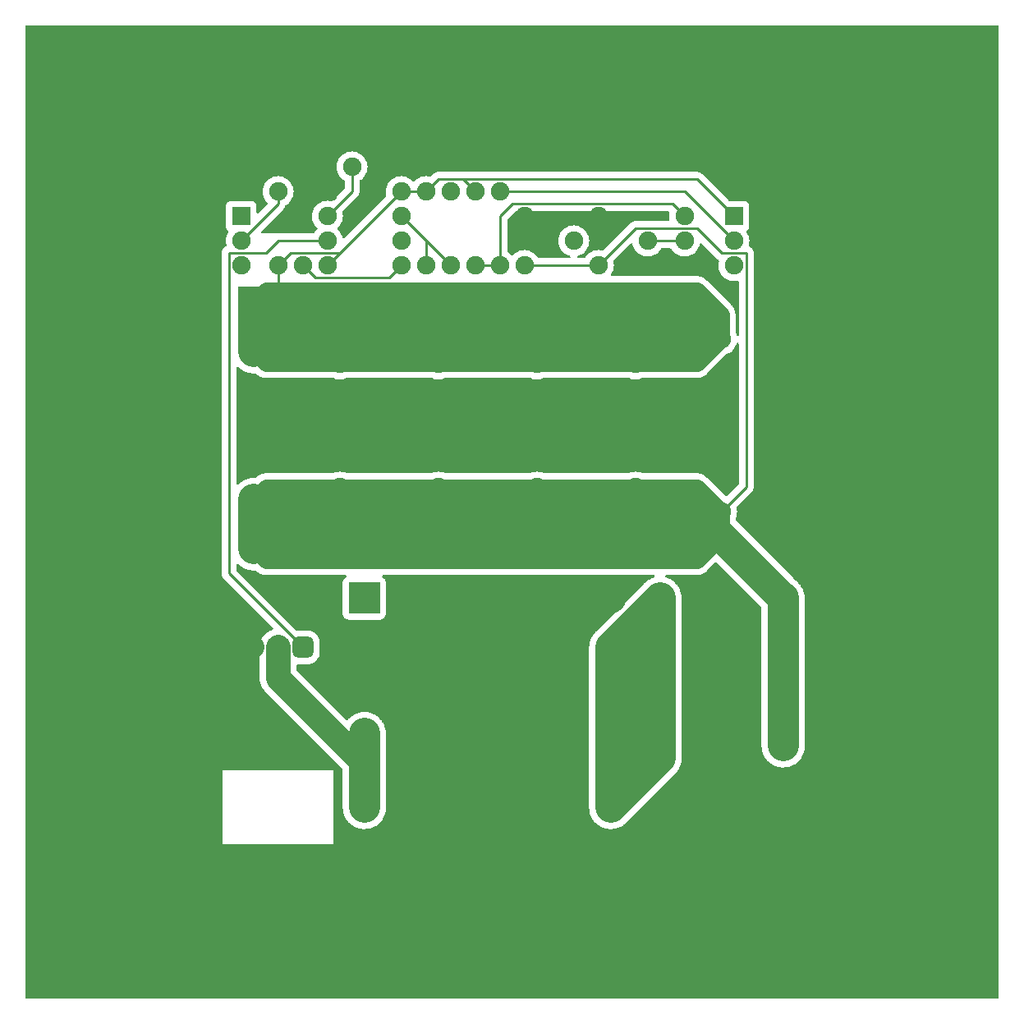
<source format=gbr>
%TF.GenerationSoftware,KiCad,Pcbnew,(6.0.0)*%
%TF.CreationDate,2023-06-01T11:48:41-04:00*%
%TF.ProjectId,SEPIC,53455049-432e-46b6-9963-61645f706362,rev?*%
%TF.SameCoordinates,Original*%
%TF.FileFunction,Copper,L2,Bot*%
%TF.FilePolarity,Positive*%
%FSLAX46Y46*%
G04 Gerber Fmt 4.6, Leading zero omitted, Abs format (unit mm)*
G04 Created by KiCad (PCBNEW (6.0.0)) date 2023-06-01 11:48:41*
%MOMM*%
%LPD*%
G01*
G04 APERTURE LIST*
G04 Aperture macros list*
%AMRoundRect*
0 Rectangle with rounded corners*
0 $1 Rounding radius*
0 $2 $3 $4 $5 $6 $7 $8 $9 X,Y pos of 4 corners*
0 Add a 4 corners polygon primitive as box body*
4,1,4,$2,$3,$4,$5,$6,$7,$8,$9,$2,$3,0*
0 Add four circle primitives for the rounded corners*
1,1,$1+$1,$2,$3*
1,1,$1+$1,$4,$5*
1,1,$1+$1,$6,$7*
1,1,$1+$1,$8,$9*
0 Add four rect primitives between the rounded corners*
20,1,$1+$1,$2,$3,$4,$5,0*
20,1,$1+$1,$4,$5,$6,$7,0*
20,1,$1+$1,$6,$7,$8,$9,0*
20,1,$1+$1,$8,$9,$2,$3,0*%
G04 Aperture macros list end*
%TA.AperFunction,ComponentPad*%
%ADD10C,3.175000*%
%TD*%
%TA.AperFunction,ComponentPad*%
%ADD11C,1.905000*%
%TD*%
%TA.AperFunction,ComponentPad*%
%ADD12R,3.175000X3.175000*%
%TD*%
%TA.AperFunction,ComponentPad*%
%ADD13R,1.905000X1.905000*%
%TD*%
%TA.AperFunction,ComponentPad*%
%ADD14RoundRect,0.635000X0.476250X0.476250X-0.476250X0.476250X-0.476250X-0.476250X0.476250X-0.476250X0*%
%TD*%
%TA.AperFunction,ComponentPad*%
%ADD15C,2.222500*%
%TD*%
%TA.AperFunction,ComponentPad*%
%ADD16RoundRect,0.381000X-0.571500X-0.571500X0.571500X-0.571500X0.571500X0.571500X-0.571500X0.571500X0*%
%TD*%
%TA.AperFunction,ViaPad*%
%ADD17C,5.080000*%
%TD*%
%TA.AperFunction,ViaPad*%
%ADD18C,3.175000*%
%TD*%
%TA.AperFunction,Conductor*%
%ADD19C,0.254000*%
%TD*%
%TA.AperFunction,Conductor*%
%ADD20C,3.175000*%
%TD*%
%TA.AperFunction,Conductor*%
%ADD21C,2.540000*%
%TD*%
%TA.AperFunction,Conductor*%
%ADD22C,1.587500*%
%TD*%
%TA.AperFunction,Conductor*%
%ADD23C,6.350000*%
%TD*%
G04 APERTURE END LIST*
D10*
%TO.P,D3,1,K*%
%TO.N,VO*%
X205740000Y-95250000D03*
%TO.P,D3,2,A*%
%TO.N,Net-(C1-Pad1)*%
X193040000Y-95250000D03*
%TD*%
D11*
%TO.P,R5,1*%
%TO.N,Net-(R5-Pad1)*%
X173990000Y-50800000D03*
%TO.P,R5,2*%
%TO.N,VI*%
X173990000Y-43180000D03*
%TD*%
%TO.P,R4,1,1*%
%TO.N,0V*%
X186690000Y-45720000D03*
%TO.P,R4,2,2*%
%TO.N,Net-(R4-Pad2)*%
X191770000Y-48260000D03*
%TO.P,R4,3,3*%
%TO.N,VO*%
X186690000Y-50800000D03*
%TD*%
%TO.P,D5,1,K*%
%TO.N,VO*%
X199390000Y-76200000D03*
%TO.P,D5,2,A*%
%TO.N,0V*%
X199390000Y-68580000D03*
%TD*%
%TO.P,C3,1*%
%TO.N,VO*%
X170180000Y-73660000D03*
%TO.P,C3,2*%
%TO.N,0V*%
X170180000Y-71120000D03*
%TD*%
D10*
%TO.P,C1,1*%
%TO.N,Net-(C1-Pad1)*%
X187960000Y-106680000D03*
%TO.P,C1,2*%
%TO.N,Net-(C1-Pad2)*%
X162560000Y-106680000D03*
%TD*%
D12*
%TO.P,H0,1,Pin_1*%
%TO.N,VI*%
X151130000Y-54610000D03*
D10*
%TO.P,H0,2,Pin_2*%
X151130000Y-59690000D03*
%TO.P,H0,3,Pin_3*%
%TO.N,VO*%
X151130000Y-74930000D03*
%TO.P,H0,4,Pin_4*%
X151130000Y-80010000D03*
%TO.P,H0,5,Pin_5*%
%TO.N,0V*%
X151130000Y-64770000D03*
%TO.P,H0,6,Pin_6*%
X151130000Y-69850000D03*
%TD*%
D13*
%TO.P,T2,1,S*%
%TO.N,0V*%
X195580000Y-50800000D03*
D11*
%TO.P,T2,2,G*%
%TO.N,Net-(R4-Pad2)*%
X195580000Y-48260000D03*
%TO.P,T2,3,D*%
%TO.N,Net-(R5-Pad1)*%
X195580000Y-45720000D03*
%TD*%
%TO.P,C9,1*%
%TO.N,VI*%
X180340000Y-60960000D03*
%TO.P,C9,2*%
%TO.N,0V*%
X180340000Y-63500000D03*
%TD*%
%TO.P,C10,1*%
%TO.N,VI*%
X190500000Y-60960000D03*
%TO.P,C10,2*%
%TO.N,0V*%
X190500000Y-63500000D03*
%TD*%
%TO.P,C5,1*%
%TO.N,VO*%
X190500000Y-73660000D03*
%TO.P,C5,2*%
%TO.N,0V*%
X190500000Y-71120000D03*
%TD*%
%TO.P,D6,1,K*%
%TO.N,VI*%
X199390000Y-58420000D03*
%TO.P,D6,2,A*%
%TO.N,0V*%
X199390000Y-66040000D03*
%TD*%
%TO.P,R6,1*%
%TO.N,Net-(R6-Pad1)*%
X176530000Y-43180000D03*
%TO.P,R6,2*%
%TO.N,Net-(R5-Pad1)*%
X176530000Y-50800000D03*
%TD*%
%TO.P,R2,1*%
%TO.N,VI*%
X153670000Y-50800000D03*
%TO.P,R2,2*%
%TO.N,Net-(R2-Pad2)*%
X153670000Y-43180000D03*
%TD*%
D14*
%TO.P,T1,1,S*%
%TO.N,Net-(IC0-Pad3)*%
X156210000Y-90170000D03*
D15*
%TO.P,T1,2,G*%
%TO.N,Net-(C1-Pad2)*%
X153670000Y-90170000D03*
%TO.P,T1,3,D*%
%TO.N,0V*%
X151130000Y-90170000D03*
%TD*%
D16*
%TO.P,IC0,1,GND*%
%TO.N,0V*%
X158750000Y-43180000D03*
D11*
%TO.P,IC0,2,TRG*%
%TO.N,CAP*%
X158750000Y-45720000D03*
%TO.P,IC0,3,Q*%
%TO.N,Net-(IC0-Pad3)*%
X158750000Y-48260000D03*
%TO.P,IC0,4,RST*%
%TO.N,VI*%
X158750000Y-50800000D03*
%TO.P,IC0,5,CTL*%
%TO.N,Net-(D0-Pad1)*%
X166370000Y-50800000D03*
%TO.P,IC0,6,THR*%
%TO.N,CAP*%
X166370000Y-48260000D03*
%TO.P,IC0,7,DCH*%
%TO.N,Net-(IC0-Pad7)*%
X166370000Y-45720000D03*
%TO.P,IC0,8,VCC*%
%TO.N,VI*%
X166370000Y-43180000D03*
%TD*%
D10*
%TO.P,D1,1,K*%
%TO.N,VO*%
X205740000Y-85090000D03*
%TO.P,D1,2,A*%
%TO.N,Net-(C1-Pad1)*%
X193040000Y-85090000D03*
%TD*%
%TO.P,D4,1,K*%
%TO.N,VO*%
X205740000Y-100330000D03*
%TO.P,D4,2,A*%
%TO.N,Net-(C1-Pad1)*%
X193040000Y-100330000D03*
%TD*%
D11*
%TO.P,R3,1,1*%
%TO.N,0V*%
X179070000Y-45720000D03*
%TO.P,R3,2,2*%
%TO.N,FB*%
X184150000Y-48260000D03*
%TO.P,R3,3,3*%
%TO.N,VO*%
X179070000Y-50800000D03*
%TD*%
%TO.P,C7,1*%
%TO.N,VI*%
X160020000Y-60960000D03*
%TO.P,C7,2*%
%TO.N,0V*%
X160020000Y-63500000D03*
%TD*%
D10*
%TO.P,D2,1,K*%
%TO.N,VO*%
X205740000Y-90170000D03*
%TO.P,D2,2,A*%
%TO.N,Net-(C1-Pad1)*%
X193040000Y-90170000D03*
%TD*%
D11*
%TO.P,C4,1*%
%TO.N,VO*%
X180340000Y-73660000D03*
%TO.P,C4,2*%
%TO.N,0V*%
X180340000Y-71120000D03*
%TD*%
%TO.P,R0,1*%
%TO.N,VI*%
X168910000Y-43180000D03*
%TO.P,R0,2*%
%TO.N,Net-(IC0-Pad7)*%
X168910000Y-50800000D03*
%TD*%
D12*
%TO.P,L0,1*%
%TO.N,VI*%
X162560000Y-85090000D03*
D10*
%TO.P,L0,2*%
%TO.N,Net-(C1-Pad2)*%
X162560000Y-99060000D03*
%TO.P,L0,3*%
%TO.N,Net-(C1-Pad1)*%
X187960000Y-99060000D03*
%TO.P,L0,4*%
%TO.N,0V*%
X187960000Y-85090000D03*
%TD*%
D13*
%TO.P,T0,1,E*%
%TO.N,CAP*%
X149860000Y-45720000D03*
D11*
%TO.P,T0,2,B*%
%TO.N,Net-(R2-Pad2)*%
X149860000Y-48260000D03*
%TO.P,T0,3,C*%
%TO.N,FB*%
X149860000Y-50800000D03*
%TD*%
%TO.P,R1,1*%
%TO.N,Net-(IC0-Pad7)*%
X171450000Y-50800000D03*
%TO.P,R1,2*%
%TO.N,CAP*%
X171450000Y-43180000D03*
%TD*%
%TO.P,C0,1*%
%TO.N,CAP*%
X161290000Y-40640000D03*
%TO.P,C0,2*%
%TO.N,0V*%
X156210000Y-40640000D03*
%TD*%
D13*
%TO.P,T3,1,E*%
%TO.N,VI*%
X200660000Y-45720000D03*
D11*
%TO.P,T3,2,B*%
%TO.N,Net-(R6-Pad1)*%
X200660000Y-48260000D03*
%TO.P,T3,3,C*%
%TO.N,FB*%
X200660000Y-50800000D03*
%TD*%
%TO.P,D0,1,K*%
%TO.N,Net-(D0-Pad1)*%
X156210000Y-50800000D03*
%TO.P,D0,2,A*%
%TO.N,0V*%
X156210000Y-43180000D03*
%TD*%
%TO.P,C6,1*%
%TO.N,VO*%
X196850000Y-74930000D03*
%TO.P,C6,2*%
%TO.N,0V*%
X196850000Y-69850000D03*
%TD*%
%TO.P,C2,1*%
%TO.N,VO*%
X160020000Y-73660000D03*
%TO.P,C2,2*%
%TO.N,0V*%
X160020000Y-71120000D03*
%TD*%
%TO.P,C8,1*%
%TO.N,VI*%
X170180000Y-60960000D03*
%TO.P,C8,2*%
%TO.N,0V*%
X170180000Y-63500000D03*
%TD*%
%TO.P,C11,1*%
%TO.N,VI*%
X196850000Y-59690000D03*
%TO.P,C11,2*%
%TO.N,0V*%
X196850000Y-64770000D03*
%TD*%
D17*
%TO.N,0V*%
X222250000Y-120650000D03*
X222250000Y-31750000D03*
X133350000Y-31750000D03*
X133350000Y-120650000D03*
D18*
%TO.N,VI*%
X165100000Y-57150000D03*
%TD*%
D19*
%TO.N,CAP*%
X158750000Y-45720000D02*
X161290000Y-43180000D01*
X161290000Y-43180000D02*
X161290000Y-40640000D01*
D20*
%TO.N,Net-(C1-Pad1)*%
X190500000Y-87630000D02*
X190500000Y-102870000D01*
X187960000Y-90170000D02*
X187960000Y-106680000D01*
X193040000Y-101600000D02*
X193040000Y-100330000D01*
X187960000Y-106680000D02*
X193040000Y-101600000D01*
X193040000Y-85090000D02*
X187960000Y-90170000D01*
X193040000Y-85090000D02*
X193040000Y-100330000D01*
D21*
%TO.N,Net-(C1-Pad2)*%
X161925000Y-101600000D02*
X162560000Y-101600000D01*
D20*
X162560000Y-99060000D02*
X162560000Y-104140000D01*
D21*
X162560000Y-102870000D02*
X162560000Y-99060000D01*
D19*
X161290000Y-104140000D02*
X162560000Y-104140000D01*
D20*
X162560000Y-104140000D02*
X162560000Y-106680000D01*
D21*
X153670000Y-90170000D02*
X153670000Y-93345000D01*
X153670000Y-93345000D02*
X161925000Y-101600000D01*
D22*
%TO.N,VO*%
X199390000Y-76200000D02*
X199390000Y-78740000D01*
D19*
X201930000Y-73660000D02*
X199390000Y-76200000D01*
D22*
X199390000Y-78740000D02*
X196850000Y-81280000D01*
D20*
X151130000Y-74930000D02*
X151130000Y-80010000D01*
D19*
X186690000Y-50800000D02*
X190500000Y-46990000D01*
D22*
X196850000Y-73660000D02*
X152400000Y-73660000D01*
X196850000Y-81280000D02*
X152400000Y-81280000D01*
X199390000Y-76200000D02*
X196850000Y-73660000D01*
X152400000Y-73660000D02*
X151130000Y-74930000D01*
D19*
X190500000Y-46990000D02*
X196850000Y-46990000D01*
D20*
X205740000Y-100330000D02*
X205740000Y-85090000D01*
D19*
X196850000Y-46990000D02*
X199390000Y-49530000D01*
D20*
X198755000Y-78105000D02*
X205105000Y-84455000D01*
D23*
X153670000Y-77470000D02*
X196850000Y-77470000D01*
D19*
X201930000Y-49530000D02*
X201930000Y-73660000D01*
X179070000Y-50800000D02*
X186690000Y-50800000D01*
D22*
X152400000Y-81280000D02*
X151130000Y-80010000D01*
D19*
X199390000Y-49530000D02*
X201930000Y-49530000D01*
%TO.N,Net-(D0-Pad1)*%
X165100000Y-52070000D02*
X166370000Y-50800000D01*
X157480000Y-52070000D02*
X165100000Y-52070000D01*
X156210000Y-50800000D02*
X157480000Y-52070000D01*
%TO.N,VI*%
X166370000Y-43180000D02*
X168910000Y-43180000D01*
D20*
X151130000Y-54610000D02*
X151130000Y-59690000D01*
D22*
X152400000Y-53340000D02*
X153670000Y-53340000D01*
X152400000Y-60960000D02*
X196850000Y-60960000D01*
D19*
X172720000Y-41910000D02*
X173990000Y-43180000D01*
D22*
X199390000Y-55880000D02*
X199390000Y-58420000D01*
X151130000Y-59690000D02*
X152400000Y-60960000D01*
X153670000Y-53340000D02*
X196850000Y-53340000D01*
D19*
X196850000Y-41910000D02*
X200660000Y-45720000D01*
X151130000Y-54610000D02*
X151130000Y-53340000D01*
X153670000Y-50800000D02*
X154940000Y-49530000D01*
X160020000Y-49530000D02*
X166370000Y-43180000D01*
D22*
X196850000Y-60960000D02*
X199390000Y-58420000D01*
D23*
X153670000Y-57150000D02*
X196850000Y-57150000D01*
D19*
X168910000Y-43180000D02*
X170180000Y-41910000D01*
D22*
X151130000Y-54610000D02*
X152400000Y-53340000D01*
D19*
X170180000Y-41910000D02*
X172720000Y-41910000D01*
X154940000Y-49530000D02*
X157480000Y-49530000D01*
X153670000Y-50800000D02*
X153670000Y-53340000D01*
X157480000Y-49530000D02*
X160020000Y-49530000D01*
D22*
X196850000Y-53340000D02*
X199390000Y-55880000D01*
D19*
X158750000Y-50800000D02*
X160020000Y-49530000D01*
X172720000Y-41910000D02*
X196850000Y-41910000D01*
%TO.N,Net-(IC0-Pad3)*%
X152400000Y-49530000D02*
X148590000Y-49530000D01*
X148590000Y-49530000D02*
X148590000Y-82550000D01*
X148590000Y-82550000D02*
X156210000Y-90170000D01*
X158750000Y-48260000D02*
X153670000Y-48260000D01*
X153670000Y-48260000D02*
X152400000Y-49530000D01*
%TO.N,Net-(IC0-Pad7)*%
X168910000Y-48260000D02*
X168910000Y-50800000D01*
X166370000Y-45720000D02*
X168910000Y-48260000D01*
X168910000Y-48260000D02*
X171450000Y-50800000D01*
%TO.N,Net-(R2-Pad2)*%
X153670000Y-44450000D02*
X153670000Y-43180000D01*
X149860000Y-48260000D02*
X153670000Y-44450000D01*
%TO.N,Net-(R4-Pad2)*%
X191770000Y-48260000D02*
X195580000Y-48260000D01*
%TO.N,Net-(R5-Pad1)*%
X173990000Y-50800000D02*
X176530000Y-50800000D01*
X176530000Y-45720000D02*
X177800000Y-44450000D01*
X194310000Y-44450000D02*
X195580000Y-45720000D01*
X176530000Y-50800000D02*
X176530000Y-45720000D01*
X177800000Y-44450000D02*
X194310000Y-44450000D01*
%TO.N,Net-(R6-Pad1)*%
X176530000Y-43180000D02*
X195580000Y-43180000D01*
X195580000Y-43180000D02*
X200660000Y-48260000D01*
%TD*%
%TA.AperFunction,Conductor*%
%TO.N,0V*%
G36*
X227907121Y-26055002D02*
G01*
X227953614Y-26108658D01*
X227965000Y-26161000D01*
X227965000Y-126239000D01*
X227944998Y-126307121D01*
X227891342Y-126353614D01*
X227839000Y-126365000D01*
X127761000Y-126365000D01*
X127692879Y-126344998D01*
X127646386Y-126291342D01*
X127635000Y-126239000D01*
X127635000Y-110490000D01*
X147955000Y-110490000D01*
X159385000Y-110490000D01*
X159385000Y-102870000D01*
X147955000Y-102870000D01*
X147955000Y-110490000D01*
X127635000Y-110490000D01*
X127635000Y-82523208D01*
X147822776Y-82523208D01*
X147823369Y-82530500D01*
X147823369Y-82530503D01*
X147827085Y-82576183D01*
X147827500Y-82586398D01*
X147827500Y-82594525D01*
X147830811Y-82622924D01*
X147831238Y-82627244D01*
X147837191Y-82700426D01*
X147839447Y-82707388D01*
X147840643Y-82713376D01*
X147842051Y-82719333D01*
X147842899Y-82726607D01*
X147845397Y-82733489D01*
X147845398Y-82733493D01*
X147867945Y-82795607D01*
X147869355Y-82799711D01*
X147891987Y-82869575D01*
X147895787Y-82875838D01*
X147898325Y-82881380D01*
X147901067Y-82886856D01*
X147903566Y-82893741D01*
X147907581Y-82899865D01*
X147943815Y-82955132D01*
X147946130Y-82958800D01*
X147984227Y-83021581D01*
X147987941Y-83025786D01*
X147987943Y-83025789D01*
X147991667Y-83030005D01*
X147991638Y-83030031D01*
X147994238Y-83032962D01*
X147997042Y-83036316D01*
X148001054Y-83042435D01*
X148019692Y-83060091D01*
X148057586Y-83095988D01*
X148060028Y-83098366D01*
X153112538Y-88150876D01*
X153146564Y-88213188D01*
X153141499Y-88284003D01*
X153098952Y-88340839D01*
X153070746Y-88356755D01*
X152874561Y-88436218D01*
X152826460Y-88455701D01*
X152761698Y-88493621D01*
X152598984Y-88588894D01*
X152587826Y-88595427D01*
X152371861Y-88768138D01*
X152183091Y-88970216D01*
X152025469Y-89197427D01*
X152023439Y-89201508D01*
X151927979Y-89393390D01*
X151902297Y-89445012D01*
X151816156Y-89707785D01*
X151815376Y-89712276D01*
X151815376Y-89712277D01*
X151770353Y-89971584D01*
X151768850Y-89980240D01*
X151764500Y-90067618D01*
X151764500Y-93231518D01*
X151763727Y-93245454D01*
X151760811Y-93271657D01*
X151760966Y-93276214D01*
X151760966Y-93276218D01*
X151764427Y-93377859D01*
X151764500Y-93382147D01*
X151764500Y-93415247D01*
X151764665Y-93417519D01*
X151764665Y-93417523D01*
X151766587Y-93444004D01*
X151766843Y-93448820D01*
X151770221Y-93548028D01*
X151775563Y-93577569D01*
X151777243Y-93590863D01*
X151779415Y-93620807D01*
X151780399Y-93625262D01*
X151780399Y-93625265D01*
X151800814Y-93717732D01*
X151801763Y-93722462D01*
X151819428Y-93820146D01*
X151820881Y-93824475D01*
X151820882Y-93824480D01*
X151828979Y-93848609D01*
X151832563Y-93861532D01*
X151839032Y-93890835D01*
X151840650Y-93895106D01*
X151840651Y-93895109D01*
X151874193Y-93983642D01*
X151875816Y-93988186D01*
X151907401Y-94082311D01*
X151920959Y-94109092D01*
X151926367Y-94121355D01*
X151937004Y-94149430D01*
X151939218Y-94153417D01*
X151939219Y-94153418D01*
X151985207Y-94236212D01*
X151987474Y-94240485D01*
X152032299Y-94329030D01*
X152034929Y-94332765D01*
X152049580Y-94353573D01*
X152056698Y-94364920D01*
X152071281Y-94391173D01*
X152131527Y-94470114D01*
X152134343Y-94473956D01*
X152191503Y-94555135D01*
X152194080Y-94557983D01*
X152194084Y-94557987D01*
X152219262Y-94585803D01*
X152226005Y-94593911D01*
X152239047Y-94611000D01*
X152335266Y-94705060D01*
X152336282Y-94706066D01*
X160300095Y-102669879D01*
X160334121Y-102732191D01*
X160337000Y-102758974D01*
X160337000Y-106603102D01*
X160336730Y-106611343D01*
X160332230Y-106680000D01*
X160332500Y-106684119D01*
X160332500Y-106684120D01*
X160336864Y-106750703D01*
X160337000Y-106753450D01*
X160337000Y-106754901D01*
X160347543Y-106913636D01*
X160351289Y-106970782D01*
X160351364Y-106971161D01*
X160351597Y-106974664D01*
X160352421Y-106978753D01*
X160352422Y-106978757D01*
X160385914Y-107144862D01*
X160385979Y-107145184D01*
X160407333Y-107252536D01*
X160408139Y-107256589D01*
X160408668Y-107258148D01*
X160408951Y-107259353D01*
X160409140Y-107260048D01*
X160409967Y-107264151D01*
X160411329Y-107268106D01*
X160462092Y-107415532D01*
X160462270Y-107416053D01*
X160501809Y-107532531D01*
X160503134Y-107535217D01*
X160504504Y-107538833D01*
X160504748Y-107539414D01*
X160506112Y-107543375D01*
X160574641Y-107680224D01*
X160574949Y-107680844D01*
X160630695Y-107793885D01*
X160632994Y-107797326D01*
X160633287Y-107797833D01*
X160636138Y-107803129D01*
X160636470Y-107803695D01*
X160638341Y-107807431D01*
X160640691Y-107810888D01*
X160640691Y-107810889D01*
X160721655Y-107930023D01*
X160722207Y-107930842D01*
X160792591Y-108036180D01*
X160795307Y-108039277D01*
X160797824Y-108042557D01*
X160797652Y-108042689D01*
X160799393Y-108044939D01*
X160799409Y-108044927D01*
X160801983Y-108048221D01*
X160804332Y-108051678D01*
X160900505Y-108159241D01*
X160901307Y-108160147D01*
X160982004Y-108252165D01*
X160982013Y-108252174D01*
X160984729Y-108255271D01*
X160987833Y-108257993D01*
X160990741Y-108260901D01*
X160990682Y-108260960D01*
X160997402Y-108267615D01*
X161001168Y-108271827D01*
X161004338Y-108274544D01*
X161004339Y-108274545D01*
X161108308Y-108363658D01*
X161109387Y-108364594D01*
X161185082Y-108430976D01*
X161203820Y-108447409D01*
X161207548Y-108449900D01*
X161219536Y-108458991D01*
X161225390Y-108464009D01*
X161341322Y-108539296D01*
X161342586Y-108540129D01*
X161446115Y-108609305D01*
X161449810Y-108611127D01*
X161449813Y-108611129D01*
X161451965Y-108612190D01*
X161464851Y-108619517D01*
X161473061Y-108624849D01*
X161476839Y-108626643D01*
X161476841Y-108626644D01*
X161595359Y-108682920D01*
X161597042Y-108683734D01*
X161703765Y-108736365D01*
X161703773Y-108736368D01*
X161707469Y-108738191D01*
X161715590Y-108740948D01*
X161729128Y-108746438D01*
X161736053Y-108749727D01*
X161736058Y-108749729D01*
X161739828Y-108751519D01*
X161866329Y-108792135D01*
X161868183Y-108792747D01*
X161983411Y-108831861D01*
X161987450Y-108832664D01*
X161987456Y-108832666D01*
X161993831Y-108833934D01*
X162007757Y-108837542D01*
X162017020Y-108840516D01*
X162021004Y-108841795D01*
X162080323Y-108852468D01*
X162149274Y-108864874D01*
X162151543Y-108865304D01*
X162160311Y-108867048D01*
X162269218Y-108888711D01*
X162273334Y-108888981D01*
X162273335Y-108888981D01*
X162281860Y-108889540D01*
X162295922Y-108891261D01*
X162307528Y-108893349D01*
X162307536Y-108893350D01*
X162311650Y-108894090D01*
X162315826Y-108894280D01*
X162315829Y-108894280D01*
X162439407Y-108899892D01*
X162441931Y-108900032D01*
X162555880Y-108907500D01*
X162560000Y-108907770D01*
X162564120Y-108907500D01*
X162564122Y-108907500D01*
X162574684Y-108906808D01*
X162588635Y-108906668D01*
X162602488Y-108907297D01*
X162602493Y-108907297D01*
X162606659Y-108907486D01*
X162610807Y-108907123D01*
X162610811Y-108907123D01*
X162731749Y-108896542D01*
X162734490Y-108896333D01*
X162772554Y-108893838D01*
X162850782Y-108888711D01*
X162854827Y-108887906D01*
X162854845Y-108887904D01*
X162867216Y-108885443D01*
X162880812Y-108883502D01*
X162896679Y-108882114D01*
X162896697Y-108882111D01*
X162900849Y-108881748D01*
X162904916Y-108880839D01*
X162904935Y-108880836D01*
X163021133Y-108854862D01*
X163024005Y-108854255D01*
X163136589Y-108831861D01*
X163154399Y-108825816D01*
X163167402Y-108822167D01*
X163189050Y-108817328D01*
X163302579Y-108775557D01*
X163305585Y-108774494D01*
X163408616Y-108739520D01*
X163408617Y-108739520D01*
X163412531Y-108738191D01*
X163431231Y-108728969D01*
X163443450Y-108723726D01*
X163466199Y-108715356D01*
X163469894Y-108713408D01*
X163571202Y-108659994D01*
X163574239Y-108658445D01*
X163632203Y-108629860D01*
X163673885Y-108609305D01*
X163677306Y-108607019D01*
X163677320Y-108607011D01*
X163692918Y-108596589D01*
X163704154Y-108589897D01*
X163723729Y-108579576D01*
X163723732Y-108579574D01*
X163727427Y-108577626D01*
X163730826Y-108575211D01*
X163730830Y-108575208D01*
X163822397Y-108510134D01*
X163825386Y-108508075D01*
X163867203Y-108480134D01*
X163916180Y-108447409D01*
X163934926Y-108430969D01*
X163945006Y-108423002D01*
X163964739Y-108408978D01*
X163964744Y-108408974D01*
X163968145Y-108406557D01*
X163971193Y-108403715D01*
X163971200Y-108403709D01*
X164051736Y-108328609D01*
X164054589Y-108326029D01*
X164132174Y-108257988D01*
X164132182Y-108257980D01*
X164135271Y-108255271D01*
X164137979Y-108252183D01*
X164137985Y-108252177D01*
X164153049Y-108234999D01*
X164161847Y-108225927D01*
X164184124Y-108205154D01*
X164186773Y-108201929D01*
X164186780Y-108201922D01*
X164255280Y-108118527D01*
X164257914Y-108115424D01*
X164324686Y-108039286D01*
X164324692Y-108039278D01*
X164327409Y-108036180D01*
X164343531Y-108012052D01*
X164350924Y-108002088D01*
X164371568Y-107976955D01*
X164429495Y-107883529D01*
X164431816Y-107879925D01*
X164487007Y-107797326D01*
X164487015Y-107797313D01*
X164489305Y-107793885D01*
X164503042Y-107766029D01*
X164508959Y-107755366D01*
X164524977Y-107729533D01*
X164524980Y-107729527D01*
X164527185Y-107725971D01*
X164571362Y-107627673D01*
X164573277Y-107623606D01*
X164600428Y-107568550D01*
X164618191Y-107532531D01*
X164628829Y-107501193D01*
X164633210Y-107490055D01*
X164648241Y-107456610D01*
X164649434Y-107452608D01*
X164649437Y-107452600D01*
X164678419Y-107355380D01*
X164679855Y-107350874D01*
X164700326Y-107290571D01*
X164711861Y-107256589D01*
X164718717Y-107222121D01*
X164721547Y-107210706D01*
X164731414Y-107177610D01*
X164732608Y-107173605D01*
X164748798Y-107071390D01*
X164749668Y-107066521D01*
X164765661Y-106986116D01*
X164768711Y-106970782D01*
X164771142Y-106933697D01*
X164772423Y-106922229D01*
X164778257Y-106885394D01*
X164778257Y-106885392D01*
X164778806Y-106881927D01*
X164783000Y-106789563D01*
X164783000Y-106756898D01*
X164783270Y-106748657D01*
X164787500Y-106684119D01*
X164787770Y-106680000D01*
X164783270Y-106611343D01*
X164783000Y-106603102D01*
X164783000Y-99136898D01*
X164783270Y-99128657D01*
X164787500Y-99064119D01*
X164787770Y-99060000D01*
X164783136Y-98989297D01*
X164783000Y-98986550D01*
X164783000Y-98985099D01*
X164772457Y-98826364D01*
X164768711Y-98769218D01*
X164768636Y-98768839D01*
X164768403Y-98765336D01*
X164734021Y-98594816D01*
X164711861Y-98483411D01*
X164711332Y-98481852D01*
X164711049Y-98480647D01*
X164710860Y-98479952D01*
X164710033Y-98475849D01*
X164657908Y-98324468D01*
X164657730Y-98323947D01*
X164619520Y-98211384D01*
X164619520Y-98211383D01*
X164618191Y-98207469D01*
X164616866Y-98204783D01*
X164615496Y-98201167D01*
X164615252Y-98200586D01*
X164613888Y-98196625D01*
X164545322Y-98059702D01*
X164545016Y-98059086D01*
X164491134Y-97949824D01*
X164489305Y-97946115D01*
X164487005Y-97942672D01*
X164486713Y-97942167D01*
X164483862Y-97936871D01*
X164483530Y-97936305D01*
X164481659Y-97932569D01*
X164398344Y-97809976D01*
X164397792Y-97809156D01*
X164329699Y-97707247D01*
X164329698Y-97707245D01*
X164327409Y-97703820D01*
X164324693Y-97700723D01*
X164322176Y-97697443D01*
X164322348Y-97697311D01*
X164320607Y-97695061D01*
X164320591Y-97695073D01*
X164318017Y-97691779D01*
X164315668Y-97688322D01*
X164219452Y-97580711D01*
X164218693Y-97579853D01*
X164137996Y-97487835D01*
X164137984Y-97487823D01*
X164135271Y-97484729D01*
X164132167Y-97482007D01*
X164129259Y-97479099D01*
X164129318Y-97479040D01*
X164122598Y-97472385D01*
X164118832Y-97468173D01*
X164055594Y-97413971D01*
X164011692Y-97376342D01*
X164010613Y-97375406D01*
X163919282Y-97295311D01*
X163919279Y-97295308D01*
X163916180Y-97292591D01*
X163912452Y-97290100D01*
X163900463Y-97281008D01*
X163894610Y-97275991D01*
X163778678Y-97200704D01*
X163777414Y-97199871D01*
X163673885Y-97130695D01*
X163670190Y-97128873D01*
X163670187Y-97128871D01*
X163668035Y-97127810D01*
X163655149Y-97120483D01*
X163646939Y-97115151D01*
X163576186Y-97081555D01*
X163524641Y-97057080D01*
X163522958Y-97056266D01*
X163416235Y-97003635D01*
X163416227Y-97003632D01*
X163412531Y-97001809D01*
X163404410Y-96999052D01*
X163390872Y-96993562D01*
X163383947Y-96990273D01*
X163383940Y-96990270D01*
X163380172Y-96988481D01*
X163253671Y-96947865D01*
X163251817Y-96947253D01*
X163136589Y-96908139D01*
X163132550Y-96907336D01*
X163132544Y-96907334D01*
X163126169Y-96906066D01*
X163112243Y-96902458D01*
X163102980Y-96899484D01*
X163102978Y-96899484D01*
X163098996Y-96898205D01*
X162970726Y-96875126D01*
X162968457Y-96874696D01*
X162854829Y-96852094D01*
X162850782Y-96851289D01*
X162846666Y-96851019D01*
X162846665Y-96851019D01*
X162838140Y-96850460D01*
X162824078Y-96848739D01*
X162812472Y-96846651D01*
X162812464Y-96846650D01*
X162808350Y-96845910D01*
X162804174Y-96845720D01*
X162804171Y-96845720D01*
X162680593Y-96840108D01*
X162678069Y-96839968D01*
X162564120Y-96832500D01*
X162560000Y-96832230D01*
X162555880Y-96832500D01*
X162555878Y-96832500D01*
X162545316Y-96833192D01*
X162531365Y-96833332D01*
X162517512Y-96832703D01*
X162517507Y-96832703D01*
X162513341Y-96832514D01*
X162509193Y-96832877D01*
X162509189Y-96832877D01*
X162388251Y-96843458D01*
X162385510Y-96843667D01*
X162351290Y-96845910D01*
X162269218Y-96851289D01*
X162265173Y-96852094D01*
X162265155Y-96852096D01*
X162252784Y-96854557D01*
X162239188Y-96856498D01*
X162223321Y-96857886D01*
X162223303Y-96857889D01*
X162219151Y-96858252D01*
X162215084Y-96859161D01*
X162215065Y-96859164D01*
X162098867Y-96885138D01*
X162095995Y-96885745D01*
X161983411Y-96908139D01*
X161965601Y-96914184D01*
X161952598Y-96917833D01*
X161930950Y-96922672D01*
X161817422Y-96964443D01*
X161814416Y-96965506D01*
X161707469Y-97001809D01*
X161703768Y-97003634D01*
X161703766Y-97003635D01*
X161688771Y-97011030D01*
X161676551Y-97016274D01*
X161653801Y-97024644D01*
X161650108Y-97026591D01*
X161650106Y-97026592D01*
X161548798Y-97080006D01*
X161545761Y-97081555D01*
X161504871Y-97101720D01*
X161446115Y-97130695D01*
X161442694Y-97132981D01*
X161442680Y-97132989D01*
X161427082Y-97143411D01*
X161415846Y-97150103D01*
X161396271Y-97160424D01*
X161396268Y-97160426D01*
X161392573Y-97162374D01*
X161389174Y-97164789D01*
X161389170Y-97164792D01*
X161297603Y-97229866D01*
X161294615Y-97231924D01*
X161203820Y-97292591D01*
X161185074Y-97309031D01*
X161174994Y-97316998D01*
X161155261Y-97331022D01*
X161155256Y-97331026D01*
X161151855Y-97333443D01*
X161148807Y-97336285D01*
X161148800Y-97336291D01*
X161068264Y-97411391D01*
X161065411Y-97413971D01*
X160987826Y-97482012D01*
X160987818Y-97482020D01*
X160984729Y-97484729D01*
X160982021Y-97487817D01*
X160982015Y-97487823D01*
X160966951Y-97505001D01*
X160958153Y-97514073D01*
X160935876Y-97534846D01*
X160933230Y-97538068D01*
X160933220Y-97538078D01*
X160864720Y-97621473D01*
X160862085Y-97624577D01*
X160849057Y-97639432D01*
X160789103Y-97677459D01*
X160718108Y-97677035D01*
X160665232Y-97645448D01*
X155612405Y-92592621D01*
X155578379Y-92530309D01*
X155575500Y-92503526D01*
X155575500Y-92042750D01*
X155595502Y-91974629D01*
X155649158Y-91928136D01*
X155701500Y-91916750D01*
X156749384Y-91916750D01*
X156751924Y-91916543D01*
X156751934Y-91916543D01*
X156814535Y-91911451D01*
X156892397Y-91905118D01*
X156897599Y-91903782D01*
X156897601Y-91903782D01*
X157106625Y-91850113D01*
X157112066Y-91848716D01*
X157117169Y-91846380D01*
X157117171Y-91846379D01*
X157189826Y-91813115D01*
X157318274Y-91754307D01*
X157504506Y-91624873D01*
X157664873Y-91464506D01*
X157794307Y-91278274D01*
X157888716Y-91072066D01*
X157945118Y-90852397D01*
X157956750Y-90709384D01*
X157956750Y-89630616D01*
X157954620Y-89604419D01*
X157946397Y-89503330D01*
X157945118Y-89487603D01*
X157934183Y-89445012D01*
X157890113Y-89273375D01*
X157888716Y-89267934D01*
X157870720Y-89228626D01*
X157821207Y-89120482D01*
X157794307Y-89061726D01*
X157664873Y-88875494D01*
X157504506Y-88715127D01*
X157371552Y-88622722D01*
X157322880Y-88588894D01*
X157322878Y-88588893D01*
X157318274Y-88585693D01*
X157189826Y-88526885D01*
X157117171Y-88493621D01*
X157117169Y-88493620D01*
X157112066Y-88491284D01*
X156966817Y-88453990D01*
X156897601Y-88436218D01*
X156897599Y-88436218D01*
X156892397Y-88434882D01*
X156810612Y-88428230D01*
X156751934Y-88423457D01*
X156751924Y-88423457D01*
X156749384Y-88423250D01*
X155670616Y-88423250D01*
X155668077Y-88423457D01*
X155668065Y-88423457D01*
X155609387Y-88428230D01*
X155539869Y-88413816D01*
X155510078Y-88391740D01*
X149389405Y-82271067D01*
X149355379Y-82208755D01*
X149352500Y-82181972D01*
X149352500Y-81687046D01*
X149372502Y-81618925D01*
X149426158Y-81572432D01*
X149496432Y-81562328D01*
X149561012Y-81591822D01*
X149566658Y-81597023D01*
X149568383Y-81598712D01*
X149571168Y-81601827D01*
X149574338Y-81604544D01*
X149574339Y-81604545D01*
X149678308Y-81693658D01*
X149679387Y-81694594D01*
X149773820Y-81777409D01*
X149777548Y-81779900D01*
X149789536Y-81788991D01*
X149795390Y-81794009D01*
X149911322Y-81869296D01*
X149912586Y-81870129D01*
X150016115Y-81939305D01*
X150019810Y-81941127D01*
X150019813Y-81941129D01*
X150021965Y-81942190D01*
X150034851Y-81949517D01*
X150043061Y-81954849D01*
X150046839Y-81956643D01*
X150046841Y-81956644D01*
X150165359Y-82012920D01*
X150167042Y-82013734D01*
X150273765Y-82066365D01*
X150273773Y-82066368D01*
X150277469Y-82068191D01*
X150285590Y-82070948D01*
X150299128Y-82076438D01*
X150306053Y-82079727D01*
X150306060Y-82079730D01*
X150309828Y-82081519D01*
X150436329Y-82122135D01*
X150438183Y-82122747D01*
X150553411Y-82161861D01*
X150557450Y-82162664D01*
X150557456Y-82162666D01*
X150563831Y-82163934D01*
X150577757Y-82167542D01*
X150587020Y-82170516D01*
X150591004Y-82171795D01*
X150647567Y-82181972D01*
X150719274Y-82194874D01*
X150721543Y-82195304D01*
X150839218Y-82218711D01*
X150843334Y-82218981D01*
X150843335Y-82218981D01*
X150851860Y-82219540D01*
X150865922Y-82221261D01*
X150877528Y-82223349D01*
X150877536Y-82223350D01*
X150881650Y-82224090D01*
X150885826Y-82224280D01*
X150885829Y-82224280D01*
X151009407Y-82229892D01*
X151011931Y-82230032D01*
X151125880Y-82237500D01*
X151130000Y-82237770D01*
X151134120Y-82237500D01*
X151134122Y-82237500D01*
X151144684Y-82236808D01*
X151158635Y-82236668D01*
X151172488Y-82237297D01*
X151172493Y-82237297D01*
X151176659Y-82237486D01*
X151180807Y-82237123D01*
X151180811Y-82237123D01*
X151263183Y-82229916D01*
X151332788Y-82243905D01*
X151361216Y-82264343D01*
X151402183Y-82303492D01*
X151404227Y-82305491D01*
X151431493Y-82332757D01*
X151433467Y-82334431D01*
X151440309Y-82340233D01*
X151445865Y-82345235D01*
X151497461Y-82394542D01*
X151527209Y-82414834D01*
X151537694Y-82422823D01*
X151561199Y-82442757D01*
X151561205Y-82442761D01*
X151565150Y-82446107D01*
X151569586Y-82448762D01*
X151569589Y-82448764D01*
X151626369Y-82482746D01*
X151632667Y-82486773D01*
X151691614Y-82526984D01*
X151696299Y-82529159D01*
X151696303Y-82529161D01*
X151724269Y-82542142D01*
X151735916Y-82548308D01*
X151766815Y-82566801D01*
X151798644Y-82579339D01*
X151833194Y-82592949D01*
X151840064Y-82595893D01*
X151900096Y-82623759D01*
X151900100Y-82623760D01*
X151904791Y-82625938D01*
X151939493Y-82635562D01*
X151951982Y-82639741D01*
X151980669Y-82651042D01*
X151980681Y-82651046D01*
X151985485Y-82652938D01*
X151990540Y-82654022D01*
X151990541Y-82654022D01*
X152055264Y-82667897D01*
X152062526Y-82669681D01*
X152131267Y-82688745D01*
X152167065Y-82692571D01*
X152180086Y-82694657D01*
X152210225Y-82701118D01*
X152210227Y-82701118D01*
X152215287Y-82702203D01*
X152220448Y-82702446D01*
X152220453Y-82702447D01*
X152272328Y-82704893D01*
X152286567Y-82705564D01*
X152294012Y-82706137D01*
X152323135Y-82709250D01*
X152361754Y-82709250D01*
X152367688Y-82709390D01*
X152450050Y-82713274D01*
X152476975Y-82710111D01*
X152491676Y-82709250D01*
X160604808Y-82709250D01*
X160672929Y-82729252D01*
X160719422Y-82782908D01*
X160729526Y-82853182D01*
X160700032Y-82917762D01*
X160668947Y-82943704D01*
X160650586Y-82954563D01*
X160579902Y-82996365D01*
X160466365Y-83109902D01*
X160462331Y-83116723D01*
X160453224Y-83132123D01*
X160384631Y-83248107D01*
X160382420Y-83255718D01*
X160382419Y-83255720D01*
X160341629Y-83396119D01*
X160341628Y-83396124D01*
X160339835Y-83402296D01*
X160339331Y-83408706D01*
X160337194Y-83435856D01*
X160337000Y-83438319D01*
X160337001Y-86741680D01*
X160339835Y-86777704D01*
X160384631Y-86931893D01*
X160466365Y-87070098D01*
X160579902Y-87183635D01*
X160718107Y-87265369D01*
X160725718Y-87267580D01*
X160725720Y-87267581D01*
X160866119Y-87308371D01*
X160866124Y-87308372D01*
X160872296Y-87310165D01*
X160893919Y-87311867D01*
X160905862Y-87312807D01*
X160905871Y-87312807D01*
X160908319Y-87313000D01*
X162558663Y-87313000D01*
X164211680Y-87312999D01*
X164230923Y-87311485D01*
X164241286Y-87310670D01*
X164241287Y-87310670D01*
X164247704Y-87310165D01*
X164253884Y-87308370D01*
X164253887Y-87308369D01*
X164394280Y-87267581D01*
X164394282Y-87267580D01*
X164401893Y-87265369D01*
X164540098Y-87183635D01*
X164653635Y-87070098D01*
X164735369Y-86931893D01*
X164778369Y-86783887D01*
X164778371Y-86783881D01*
X164778372Y-86783876D01*
X164780165Y-86777704D01*
X164781867Y-86756081D01*
X164782807Y-86744138D01*
X164782807Y-86744129D01*
X164783000Y-86741681D01*
X164782999Y-83438320D01*
X164780165Y-83402296D01*
X164770157Y-83367846D01*
X164737581Y-83255720D01*
X164737580Y-83255718D01*
X164735369Y-83248107D01*
X164666777Y-83132123D01*
X164657669Y-83116723D01*
X164653635Y-83109902D01*
X164540098Y-82996365D01*
X164469415Y-82954563D01*
X164451053Y-82943704D01*
X164402600Y-82891811D01*
X164389895Y-82821960D01*
X164416970Y-82756329D01*
X164475231Y-82715755D01*
X164515192Y-82709250D01*
X192365192Y-82709250D01*
X192433313Y-82729252D01*
X192479806Y-82782908D01*
X192489910Y-82853182D01*
X192460416Y-82917762D01*
X192408704Y-82953498D01*
X192407205Y-82954050D01*
X192394918Y-82957736D01*
X192392672Y-82958422D01*
X192388603Y-82959377D01*
X192384703Y-82960859D01*
X192384698Y-82960860D01*
X192287862Y-82997644D01*
X192283621Y-82999169D01*
X192244218Y-83012545D01*
X192187469Y-83031809D01*
X192168771Y-83041030D01*
X192156551Y-83046274D01*
X192133801Y-83054644D01*
X192130104Y-83056593D01*
X192127928Y-83057562D01*
X192118563Y-83061790D01*
X192116446Y-83062759D01*
X192112537Y-83064244D01*
X192108862Y-83066231D01*
X192108860Y-83066232D01*
X192019620Y-83114484D01*
X192015422Y-83116653D01*
X191926115Y-83160695D01*
X191922694Y-83162981D01*
X191922673Y-83162993D01*
X191907082Y-83173411D01*
X191895846Y-83180103D01*
X191876267Y-83190426D01*
X191876262Y-83190429D01*
X191872573Y-83192374D01*
X191869176Y-83194788D01*
X191867318Y-83195931D01*
X191858463Y-83201443D01*
X191856447Y-83202713D01*
X191852766Y-83204703D01*
X191809039Y-83236472D01*
X191769047Y-83265527D01*
X191764989Y-83268355D01*
X191683820Y-83322591D01*
X191665074Y-83339031D01*
X191654994Y-83346998D01*
X191635271Y-83361015D01*
X191635267Y-83361018D01*
X191631855Y-83363443D01*
X191628791Y-83366300D01*
X191626896Y-83367846D01*
X191617090Y-83375930D01*
X191613851Y-83378283D01*
X191611251Y-83380657D01*
X191611245Y-83380662D01*
X191546637Y-83439658D01*
X191545574Y-83440629D01*
X191522485Y-83463718D01*
X191516468Y-83469355D01*
X191464729Y-83514729D01*
X191462021Y-83517817D01*
X191462015Y-83517823D01*
X191446951Y-83535001D01*
X191438153Y-83544073D01*
X191415876Y-83564846D01*
X191413227Y-83568071D01*
X191394572Y-83590782D01*
X191386302Y-83599901D01*
X188958662Y-86027542D01*
X188955498Y-86030598D01*
X188875876Y-86104846D01*
X188873223Y-86108075D01*
X188873220Y-86108079D01*
X188854574Y-86130780D01*
X188846304Y-86139900D01*
X186418683Y-88567521D01*
X186415520Y-88570577D01*
X186388872Y-88595427D01*
X186335876Y-88644846D01*
X186265540Y-88730474D01*
X186263020Y-88733446D01*
X186190064Y-88816782D01*
X186187746Y-88820271D01*
X186174203Y-88840655D01*
X186166627Y-88850894D01*
X186148432Y-88873045D01*
X186146233Y-88876592D01*
X186146232Y-88876593D01*
X186090075Y-88967164D01*
X186087937Y-88970494D01*
X186030383Y-89057120D01*
X186026640Y-89062754D01*
X186014069Y-89088528D01*
X186007923Y-89099662D01*
X185992815Y-89124029D01*
X185991104Y-89127837D01*
X185991102Y-89127840D01*
X185947417Y-89225043D01*
X185945738Y-89228626D01*
X185899018Y-89324417D01*
X185899011Y-89324433D01*
X185897184Y-89328180D01*
X185895865Y-89332146D01*
X185888140Y-89355367D01*
X185883509Y-89367244D01*
X185871759Y-89393390D01*
X185870565Y-89397396D01*
X185840110Y-89499555D01*
X185838920Y-89503327D01*
X185803968Y-89608396D01*
X185803183Y-89612512D01*
X185798598Y-89636547D01*
X185795579Y-89648933D01*
X185787392Y-89676395D01*
X185786738Y-89680525D01*
X185770064Y-89785800D01*
X185769383Y-89789699D01*
X185748632Y-89898478D01*
X185747031Y-89927104D01*
X185745680Y-89939748D01*
X185741194Y-89968073D01*
X185737000Y-90060437D01*
X185737000Y-90103015D01*
X185736804Y-90110048D01*
X185732148Y-90193331D01*
X185732468Y-90197490D01*
X185732468Y-90197492D01*
X185736629Y-90251569D01*
X185737000Y-90261235D01*
X185737000Y-98983102D01*
X185736730Y-98991343D01*
X185732230Y-99060000D01*
X185732500Y-99064119D01*
X185736730Y-99128657D01*
X185737000Y-99136898D01*
X185737000Y-106603102D01*
X185736730Y-106611343D01*
X185732230Y-106680000D01*
X185732500Y-106684118D01*
X185732500Y-106688245D01*
X185732418Y-106688245D01*
X185732463Y-106697700D01*
X185732148Y-106703331D01*
X185732468Y-106707489D01*
X185732468Y-106707493D01*
X185742534Y-106838308D01*
X185742625Y-106839590D01*
X185747536Y-106913527D01*
X185747536Y-106913529D01*
X185747543Y-106913636D01*
X185751222Y-106969767D01*
X185751223Y-106969774D01*
X185751289Y-106970782D01*
X185751364Y-106971161D01*
X185751597Y-106974664D01*
X185752423Y-106978762D01*
X185752739Y-106981126D01*
X185754153Y-106991319D01*
X185754482Y-106993605D01*
X185754803Y-106997773D01*
X185782975Y-107130314D01*
X185783226Y-107131528D01*
X185785915Y-107144867D01*
X185785979Y-107145184D01*
X185807333Y-107252536D01*
X185808139Y-107256589D01*
X185808667Y-107258145D01*
X185808948Y-107259342D01*
X185809140Y-107260048D01*
X185809967Y-107264151D01*
X185811329Y-107268106D01*
X185811994Y-107270554D01*
X185814680Y-107280239D01*
X185815334Y-107282549D01*
X185816202Y-107286634D01*
X185817604Y-107290571D01*
X185861601Y-107414130D01*
X185861981Y-107415212D01*
X185862073Y-107415478D01*
X185862270Y-107416053D01*
X185901809Y-107532531D01*
X185903132Y-107535213D01*
X185904504Y-107538836D01*
X185904754Y-107539430D01*
X185906112Y-107543375D01*
X185907985Y-107547114D01*
X185908889Y-107549265D01*
X185912940Y-107558763D01*
X185913864Y-107560899D01*
X185915266Y-107564836D01*
X185917175Y-107568550D01*
X185975979Y-107682972D01*
X185976918Y-107684837D01*
X186030695Y-107793885D01*
X186032992Y-107797323D01*
X186033286Y-107797832D01*
X186036142Y-107803136D01*
X186036471Y-107803696D01*
X186038341Y-107807431D01*
X186040691Y-107810889D01*
X186041879Y-107812913D01*
X186047225Y-107821918D01*
X186048347Y-107823786D01*
X186050252Y-107827492D01*
X186052634Y-107830919D01*
X186052638Y-107830926D01*
X186124643Y-107934527D01*
X186125918Y-107936396D01*
X186192591Y-108036180D01*
X186195307Y-108039277D01*
X186197824Y-108042557D01*
X186197652Y-108042689D01*
X186199396Y-108044942D01*
X186199412Y-108044930D01*
X186201982Y-108048220D01*
X186204332Y-108051678D01*
X186207115Y-108054791D01*
X186208458Y-108056510D01*
X186215071Y-108064884D01*
X186216410Y-108066561D01*
X186218792Y-108069988D01*
X186300737Y-108159728D01*
X186305010Y-108164408D01*
X186306697Y-108166293D01*
X186382004Y-108252165D01*
X186382013Y-108252174D01*
X186384729Y-108255271D01*
X186387833Y-108257993D01*
X186390741Y-108260901D01*
X186390682Y-108260960D01*
X186397402Y-108267615D01*
X186401168Y-108271827D01*
X186404339Y-108274545D01*
X186405974Y-108276146D01*
X186413324Y-108283269D01*
X186415098Y-108284970D01*
X186417922Y-108288063D01*
X186514122Y-108368785D01*
X186516132Y-108370509D01*
X186542674Y-108393785D01*
X186580236Y-108426726D01*
X186603820Y-108447409D01*
X186607548Y-108449900D01*
X186619536Y-108458991D01*
X186625390Y-108464009D01*
X186628899Y-108466288D01*
X186630816Y-108467722D01*
X186638891Y-108473698D01*
X186640937Y-108475195D01*
X186644146Y-108477888D01*
X186647684Y-108480133D01*
X186647685Y-108480134D01*
X186748208Y-108543928D01*
X186750696Y-108545548D01*
X186846115Y-108609305D01*
X186849810Y-108611127D01*
X186849813Y-108611129D01*
X186851965Y-108612190D01*
X186864851Y-108619517D01*
X186873061Y-108624849D01*
X186876837Y-108626642D01*
X186878966Y-108627832D01*
X186887868Y-108632746D01*
X186889952Y-108633882D01*
X186893486Y-108636125D01*
X186897284Y-108637880D01*
X186897286Y-108637881D01*
X187003278Y-108686855D01*
X187006157Y-108688229D01*
X187103765Y-108736365D01*
X187103773Y-108736368D01*
X187107469Y-108738191D01*
X187115590Y-108740948D01*
X187129125Y-108746437D01*
X187139828Y-108751519D01*
X187143809Y-108752797D01*
X187145933Y-108753638D01*
X187155700Y-108757446D01*
X187157780Y-108758244D01*
X187161565Y-108759993D01*
X187274949Y-108795091D01*
X187278167Y-108796135D01*
X187316478Y-108809140D01*
X187379501Y-108830534D01*
X187379505Y-108830535D01*
X187383411Y-108831861D01*
X187387459Y-108832666D01*
X187387462Y-108832667D01*
X187393831Y-108833934D01*
X187407757Y-108837542D01*
X187413126Y-108839265D01*
X187421004Y-108841795D01*
X187425126Y-108842537D01*
X187427359Y-108843093D01*
X187437437Y-108845550D01*
X187439679Y-108846084D01*
X187443671Y-108847320D01*
X187447792Y-108848017D01*
X187558504Y-108866743D01*
X187562070Y-108867399D01*
X187615660Y-108878058D01*
X187669218Y-108888711D01*
X187673334Y-108888981D01*
X187673335Y-108888981D01*
X187681860Y-108889540D01*
X187695922Y-108891261D01*
X187707532Y-108893350D01*
X187707545Y-108893351D01*
X187711650Y-108894090D01*
X187715820Y-108894279D01*
X187718172Y-108894543D01*
X187728278Y-108895623D01*
X187730726Y-108895872D01*
X187734849Y-108896569D01*
X187765337Y-108897634D01*
X187849066Y-108900558D01*
X187852909Y-108900751D01*
X187938350Y-108906351D01*
X187952784Y-108907297D01*
X187955881Y-108907500D01*
X187960000Y-108907770D01*
X187964120Y-108907500D01*
X187964122Y-108907500D01*
X187974684Y-108906808D01*
X187988635Y-108906668D01*
X188002487Y-108907297D01*
X188002493Y-108907297D01*
X188006659Y-108907486D01*
X188010809Y-108907123D01*
X188013150Y-108907074D01*
X188023467Y-108906803D01*
X188025797Y-108906730D01*
X188029982Y-108906876D01*
X188080785Y-108901894D01*
X188141576Y-108895934D01*
X188145631Y-108895603D01*
X188196436Y-108892273D01*
X188250782Y-108888711D01*
X188254827Y-108887906D01*
X188254845Y-108887904D01*
X188267216Y-108885443D01*
X188280812Y-108883502D01*
X188296669Y-108882115D01*
X188296689Y-108882112D01*
X188300849Y-108881748D01*
X188304931Y-108880835D01*
X188307439Y-108880447D01*
X188317263Y-108878873D01*
X188319718Y-108878467D01*
X188323886Y-108878058D01*
X188430943Y-108852948D01*
X188435066Y-108852055D01*
X188536589Y-108831861D01*
X188554399Y-108825816D01*
X188567402Y-108822167D01*
X188589050Y-108817328D01*
X188592968Y-108815887D01*
X188595077Y-108815266D01*
X188605082Y-108812264D01*
X188607328Y-108811578D01*
X188611397Y-108810623D01*
X188615297Y-108809141D01*
X188615302Y-108809140D01*
X188712138Y-108772356D01*
X188716379Y-108770831D01*
X188773312Y-108751504D01*
X188812531Y-108738191D01*
X188831231Y-108728969D01*
X188843450Y-108723726D01*
X188866199Y-108715356D01*
X188869896Y-108713407D01*
X188872072Y-108712438D01*
X188881437Y-108708210D01*
X188883554Y-108707241D01*
X188887463Y-108705756D01*
X188980381Y-108655515D01*
X188984580Y-108653346D01*
X189073885Y-108609305D01*
X189077306Y-108607019D01*
X189077327Y-108607007D01*
X189092918Y-108596589D01*
X189104154Y-108589897D01*
X189123733Y-108579574D01*
X189123738Y-108579571D01*
X189127427Y-108577626D01*
X189130830Y-108575208D01*
X189132682Y-108574069D01*
X189141537Y-108568557D01*
X189143553Y-108567287D01*
X189147234Y-108565297D01*
X189230953Y-108504473D01*
X189235011Y-108501645D01*
X189287935Y-108466282D01*
X189316180Y-108447409D01*
X189334926Y-108430969D01*
X189345006Y-108423002D01*
X189364729Y-108408985D01*
X189364738Y-108408978D01*
X189368145Y-108406557D01*
X189371209Y-108403700D01*
X189373104Y-108402154D01*
X189382910Y-108394070D01*
X189386149Y-108391717D01*
X189388749Y-108389343D01*
X189388755Y-108389338D01*
X189453363Y-108330342D01*
X189453371Y-108330334D01*
X189454426Y-108329371D01*
X189477515Y-108306282D01*
X189483532Y-108300645D01*
X189532182Y-108257980D01*
X189535271Y-108255271D01*
X189537979Y-108252183D01*
X189537985Y-108252177D01*
X189553049Y-108234999D01*
X189561847Y-108225927D01*
X189584124Y-108205154D01*
X189605428Y-108179218D01*
X189613698Y-108170099D01*
X194581317Y-103202479D01*
X194584480Y-103199423D01*
X194661068Y-103128004D01*
X194661070Y-103128002D01*
X194664124Y-103125154D01*
X194734460Y-103039526D01*
X194736985Y-103036549D01*
X194809936Y-102953218D01*
X194825798Y-102929344D01*
X194833373Y-102919106D01*
X194851568Y-102896955D01*
X194859881Y-102883548D01*
X194909925Y-102802836D01*
X194912063Y-102799506D01*
X194971047Y-102710728D01*
X194971050Y-102710723D01*
X194973360Y-102707246D01*
X194975188Y-102703498D01*
X194975192Y-102703491D01*
X194985926Y-102681482D01*
X194992087Y-102670321D01*
X195004981Y-102649526D01*
X195004982Y-102649524D01*
X195007185Y-102645971D01*
X195046824Y-102557770D01*
X195052576Y-102544972D01*
X195054255Y-102541389D01*
X195100983Y-102445582D01*
X195100987Y-102445571D01*
X195102817Y-102441820D01*
X195111865Y-102414619D01*
X195116496Y-102402742D01*
X195119330Y-102396438D01*
X195128241Y-102376610D01*
X195159888Y-102270454D01*
X195161072Y-102266700D01*
X195194712Y-102165575D01*
X195194715Y-102165562D01*
X195196032Y-102161604D01*
X195201402Y-102133453D01*
X195204421Y-102121067D01*
X195212608Y-102093605D01*
X195229936Y-101984200D01*
X195230617Y-101980301D01*
X195241253Y-101924545D01*
X195251368Y-101871522D01*
X195252969Y-101842896D01*
X195254321Y-101830243D01*
X195257571Y-101809728D01*
X195258806Y-101801927D01*
X195263000Y-101709563D01*
X195263000Y-101666985D01*
X195263196Y-101659952D01*
X195265239Y-101623407D01*
X195267852Y-101576669D01*
X195263371Y-101518431D01*
X195263000Y-101508765D01*
X195263000Y-100406898D01*
X195263270Y-100398657D01*
X195267500Y-100334119D01*
X195267770Y-100330000D01*
X195263270Y-100261343D01*
X195263000Y-100253102D01*
X195263000Y-95326898D01*
X195263270Y-95318657D01*
X195267500Y-95254119D01*
X195267770Y-95250000D01*
X195263270Y-95181343D01*
X195263000Y-95173102D01*
X195263000Y-90246898D01*
X195263270Y-90238657D01*
X195267500Y-90174119D01*
X195267770Y-90170000D01*
X195263270Y-90101343D01*
X195263000Y-90093102D01*
X195263000Y-85166898D01*
X195263270Y-85158657D01*
X195267500Y-85094119D01*
X195267770Y-85090000D01*
X195267500Y-85085880D01*
X195267500Y-85081755D01*
X195267582Y-85081755D01*
X195267537Y-85072296D01*
X195267852Y-85066669D01*
X195257462Y-84931635D01*
X195257372Y-84930374D01*
X195252457Y-84856363D01*
X195252450Y-84856256D01*
X195248778Y-84800233D01*
X195248777Y-84800226D01*
X195248711Y-84799218D01*
X195248636Y-84798839D01*
X195248403Y-84795336D01*
X195247577Y-84791238D01*
X195247261Y-84788874D01*
X195245847Y-84778681D01*
X195245518Y-84776395D01*
X195245197Y-84772227D01*
X195217024Y-84639682D01*
X195216773Y-84638469D01*
X195214061Y-84625014D01*
X195213998Y-84624700D01*
X195192667Y-84517461D01*
X195192665Y-84517455D01*
X195191861Y-84513411D01*
X195191333Y-84511855D01*
X195191052Y-84510658D01*
X195190860Y-84509952D01*
X195190033Y-84505849D01*
X195188671Y-84501893D01*
X195188006Y-84499446D01*
X195185320Y-84489761D01*
X195184666Y-84487451D01*
X195183798Y-84483366D01*
X195138399Y-84355870D01*
X195138019Y-84354788D01*
X195137927Y-84354522D01*
X195137693Y-84353838D01*
X195099520Y-84241384D01*
X195099520Y-84241383D01*
X195098191Y-84237469D01*
X195096868Y-84234787D01*
X195095496Y-84231164D01*
X195095246Y-84230570D01*
X195093888Y-84226625D01*
X195092015Y-84222885D01*
X195091111Y-84220735D01*
X195087060Y-84211237D01*
X195086136Y-84209101D01*
X195084734Y-84205164D01*
X195024021Y-84087028D01*
X195023082Y-84085163D01*
X194971130Y-83979816D01*
X194969305Y-83976115D01*
X194967008Y-83972677D01*
X194966714Y-83972168D01*
X194963858Y-83966864D01*
X194963529Y-83966304D01*
X194961659Y-83962569D01*
X194959308Y-83959109D01*
X194958121Y-83957087D01*
X194952775Y-83948082D01*
X194951653Y-83946214D01*
X194949748Y-83942508D01*
X194947366Y-83939081D01*
X194947362Y-83939074D01*
X194875357Y-83835473D01*
X194874082Y-83833604D01*
X194807409Y-83733820D01*
X194804693Y-83730723D01*
X194802176Y-83727443D01*
X194802348Y-83727311D01*
X194800604Y-83725058D01*
X194800588Y-83725070D01*
X194798018Y-83721780D01*
X194795668Y-83718322D01*
X194792885Y-83715209D01*
X194791542Y-83713490D01*
X194784929Y-83705116D01*
X194783590Y-83703439D01*
X194781208Y-83700012D01*
X194694969Y-83605568D01*
X194693303Y-83603707D01*
X194617996Y-83517835D01*
X194617984Y-83517823D01*
X194615271Y-83514729D01*
X194612167Y-83512007D01*
X194609259Y-83509099D01*
X194609318Y-83509040D01*
X194602598Y-83502385D01*
X194598832Y-83498173D01*
X194595661Y-83495455D01*
X194594026Y-83493854D01*
X194586676Y-83486731D01*
X194584902Y-83485030D01*
X194582078Y-83481937D01*
X194485878Y-83401215D01*
X194483856Y-83399481D01*
X194480023Y-83396119D01*
X194424011Y-83346998D01*
X194399283Y-83325312D01*
X194399281Y-83325310D01*
X194396180Y-83322591D01*
X194392452Y-83320100D01*
X194380463Y-83311008D01*
X194377787Y-83308714D01*
X194377786Y-83308713D01*
X194374610Y-83305991D01*
X194371101Y-83303712D01*
X194369184Y-83302278D01*
X194361109Y-83296302D01*
X194359063Y-83294805D01*
X194355854Y-83292112D01*
X194313963Y-83265527D01*
X194251792Y-83226072D01*
X194249304Y-83224452D01*
X194178360Y-83177049D01*
X194153885Y-83160695D01*
X194150190Y-83158873D01*
X194150187Y-83158871D01*
X194148035Y-83157810D01*
X194135149Y-83150483D01*
X194126939Y-83145151D01*
X194123163Y-83143358D01*
X194121034Y-83142168D01*
X194112070Y-83137220D01*
X194110044Y-83136115D01*
X194106514Y-83133875D01*
X194102727Y-83132125D01*
X194102723Y-83132123D01*
X193996678Y-83083124D01*
X193993841Y-83081770D01*
X193892531Y-83031809D01*
X193884410Y-83029052D01*
X193870872Y-83023562D01*
X193863947Y-83020273D01*
X193863940Y-83020270D01*
X193860172Y-83018481D01*
X193856195Y-83017204D01*
X193853989Y-83016331D01*
X193844277Y-83012545D01*
X193842223Y-83011757D01*
X193838435Y-83010006D01*
X193834449Y-83008772D01*
X193834446Y-83008771D01*
X193778443Y-82991435D01*
X193725031Y-82974902D01*
X193721813Y-82973858D01*
X193664972Y-82954563D01*
X193606896Y-82913726D01*
X193580118Y-82847973D01*
X193593139Y-82778181D01*
X193641826Y-82726507D01*
X193705474Y-82709250D01*
X196739351Y-82709250D01*
X196757103Y-82710507D01*
X196758106Y-82710649D01*
X196764946Y-82711623D01*
X196770109Y-82711506D01*
X196770111Y-82711506D01*
X196868126Y-82709282D01*
X196870984Y-82709250D01*
X196909574Y-82709250D01*
X196921110Y-82708301D01*
X196928560Y-82707910D01*
X196999909Y-82706292D01*
X197035293Y-82699606D01*
X197048357Y-82697840D01*
X197079080Y-82695314D01*
X197079082Y-82695314D01*
X197084234Y-82694890D01*
X197089243Y-82693632D01*
X197089248Y-82693631D01*
X197153436Y-82677508D01*
X197160736Y-82675903D01*
X197225762Y-82663616D01*
X197225766Y-82663615D01*
X197230846Y-82662655D01*
X197264654Y-82650284D01*
X197277251Y-82646408D01*
X197282157Y-82645176D01*
X197312177Y-82637635D01*
X197316961Y-82635555D01*
X197377618Y-82609181D01*
X197384559Y-82606405D01*
X197398689Y-82601234D01*
X197451556Y-82581888D01*
X197456059Y-82579340D01*
X197456062Y-82579339D01*
X197482889Y-82564161D01*
X197494690Y-82558277D01*
X197522966Y-82545982D01*
X197522967Y-82545982D01*
X197527708Y-82543920D01*
X197587635Y-82505152D01*
X197594012Y-82501290D01*
X197627004Y-82482624D01*
X197656110Y-82466156D01*
X197684127Y-82443550D01*
X197694807Y-82435819D01*
X197720693Y-82419072D01*
X197725038Y-82416261D01*
X197777814Y-82368238D01*
X197783485Y-82363378D01*
X197803662Y-82347098D01*
X197803671Y-82347090D01*
X197806281Y-82344984D01*
X197833566Y-82317699D01*
X197837861Y-82313600D01*
X197895050Y-82261562D01*
X197898869Y-82258087D01*
X197915679Y-82236802D01*
X197925465Y-82225800D01*
X198739639Y-81411626D01*
X198801951Y-81377600D01*
X198872766Y-81382665D01*
X198917829Y-81411626D01*
X203480095Y-85973891D01*
X203514121Y-86036203D01*
X203517000Y-86062986D01*
X203517000Y-90093102D01*
X203516730Y-90101343D01*
X203512230Y-90170000D01*
X203512500Y-90174119D01*
X203516730Y-90238657D01*
X203517000Y-90246898D01*
X203517000Y-95173102D01*
X203516730Y-95181343D01*
X203512230Y-95250000D01*
X203512500Y-95254119D01*
X203516730Y-95318657D01*
X203517000Y-95326898D01*
X203517000Y-100253102D01*
X203516730Y-100261343D01*
X203512230Y-100330000D01*
X203512500Y-100334119D01*
X203512500Y-100334120D01*
X203516864Y-100400703D01*
X203517000Y-100403450D01*
X203517000Y-100404901D01*
X203527543Y-100563636D01*
X203531289Y-100620782D01*
X203531364Y-100621161D01*
X203531597Y-100624664D01*
X203532421Y-100628753D01*
X203532422Y-100628757D01*
X203565914Y-100794862D01*
X203565979Y-100795184D01*
X203587333Y-100902536D01*
X203588139Y-100906589D01*
X203588668Y-100908148D01*
X203588951Y-100909353D01*
X203589140Y-100910048D01*
X203589967Y-100914151D01*
X203591329Y-100918106D01*
X203642092Y-101065532D01*
X203642270Y-101066053D01*
X203681809Y-101182531D01*
X203683134Y-101185217D01*
X203684504Y-101188833D01*
X203684748Y-101189414D01*
X203686112Y-101193375D01*
X203754641Y-101330224D01*
X203754949Y-101330844D01*
X203810695Y-101443885D01*
X203812994Y-101447326D01*
X203813287Y-101447833D01*
X203816138Y-101453129D01*
X203816470Y-101453695D01*
X203818341Y-101457431D01*
X203820691Y-101460888D01*
X203820691Y-101460889D01*
X203901655Y-101580023D01*
X203902202Y-101580835D01*
X203972591Y-101686180D01*
X203975307Y-101689277D01*
X203977824Y-101692557D01*
X203977652Y-101692689D01*
X203979393Y-101694939D01*
X203979409Y-101694927D01*
X203981983Y-101698221D01*
X203984332Y-101701678D01*
X204080505Y-101809241D01*
X204081307Y-101810147D01*
X204162004Y-101902165D01*
X204162013Y-101902174D01*
X204164729Y-101905271D01*
X204167833Y-101907993D01*
X204170741Y-101910901D01*
X204170682Y-101910960D01*
X204177402Y-101917615D01*
X204181168Y-101921827D01*
X204184338Y-101924544D01*
X204184339Y-101924545D01*
X204288308Y-102013658D01*
X204289387Y-102014594D01*
X204365082Y-102080976D01*
X204383820Y-102097409D01*
X204387548Y-102099900D01*
X204399536Y-102108991D01*
X204405390Y-102114009D01*
X204521322Y-102189296D01*
X204522586Y-102190129D01*
X204626115Y-102259305D01*
X204629810Y-102261127D01*
X204629813Y-102261129D01*
X204631965Y-102262190D01*
X204644851Y-102269517D01*
X204653061Y-102274849D01*
X204656839Y-102276643D01*
X204656841Y-102276644D01*
X204775359Y-102332920D01*
X204777042Y-102333734D01*
X204883765Y-102386365D01*
X204883773Y-102386368D01*
X204887469Y-102388191D01*
X204895590Y-102390948D01*
X204909128Y-102396438D01*
X204916053Y-102399727D01*
X204916060Y-102399730D01*
X204919828Y-102401519D01*
X205046329Y-102442135D01*
X205048183Y-102442747D01*
X205163411Y-102481861D01*
X205167450Y-102482664D01*
X205167456Y-102482666D01*
X205173831Y-102483934D01*
X205187757Y-102487542D01*
X205197020Y-102490516D01*
X205201004Y-102491795D01*
X205270216Y-102504248D01*
X205329274Y-102514874D01*
X205331543Y-102515304D01*
X205449218Y-102538711D01*
X205453334Y-102538981D01*
X205453335Y-102538981D01*
X205461860Y-102539540D01*
X205475922Y-102541261D01*
X205487528Y-102543349D01*
X205487536Y-102543350D01*
X205491650Y-102544090D01*
X205495826Y-102544280D01*
X205495829Y-102544280D01*
X205619407Y-102549892D01*
X205621931Y-102550032D01*
X205735880Y-102557500D01*
X205740000Y-102557770D01*
X205744120Y-102557500D01*
X205744122Y-102557500D01*
X205754684Y-102556808D01*
X205768635Y-102556668D01*
X205782488Y-102557297D01*
X205782493Y-102557297D01*
X205786659Y-102557486D01*
X205790807Y-102557123D01*
X205790811Y-102557123D01*
X205911749Y-102546542D01*
X205914490Y-102546333D01*
X205952554Y-102543838D01*
X206030782Y-102538711D01*
X206034827Y-102537906D01*
X206034845Y-102537904D01*
X206047216Y-102535443D01*
X206060812Y-102533502D01*
X206076679Y-102532114D01*
X206076697Y-102532111D01*
X206080849Y-102531748D01*
X206084916Y-102530839D01*
X206084935Y-102530836D01*
X206201133Y-102504862D01*
X206204005Y-102504255D01*
X206316589Y-102481861D01*
X206334399Y-102475816D01*
X206347402Y-102472167D01*
X206369050Y-102467328D01*
X206482579Y-102425557D01*
X206485585Y-102424494D01*
X206588616Y-102389520D01*
X206588617Y-102389520D01*
X206592531Y-102388191D01*
X206611231Y-102378969D01*
X206623450Y-102373726D01*
X206626478Y-102372612D01*
X206646199Y-102365356D01*
X206706175Y-102333734D01*
X206751202Y-102309994D01*
X206754239Y-102308445D01*
X206795129Y-102288280D01*
X206853885Y-102259305D01*
X206857306Y-102257019D01*
X206857320Y-102257011D01*
X206872918Y-102246589D01*
X206884154Y-102239897D01*
X206903729Y-102229576D01*
X206903732Y-102229574D01*
X206907427Y-102227626D01*
X206910826Y-102225211D01*
X206910830Y-102225208D01*
X207002397Y-102160134D01*
X207005386Y-102158075D01*
X207006248Y-102157499D01*
X207096180Y-102097409D01*
X207114926Y-102080969D01*
X207125006Y-102073002D01*
X207144739Y-102058978D01*
X207144744Y-102058974D01*
X207148145Y-102056557D01*
X207151193Y-102053715D01*
X207151200Y-102053709D01*
X207231736Y-101978609D01*
X207234589Y-101976029D01*
X207312174Y-101907988D01*
X207312182Y-101907980D01*
X207315271Y-101905271D01*
X207317979Y-101902183D01*
X207317985Y-101902177D01*
X207333049Y-101884999D01*
X207341847Y-101875927D01*
X207364124Y-101855154D01*
X207366770Y-101851932D01*
X207366780Y-101851922D01*
X207435280Y-101768527D01*
X207437914Y-101765424D01*
X207504686Y-101689286D01*
X207504692Y-101689278D01*
X207507409Y-101686180D01*
X207509703Y-101682747D01*
X207523531Y-101662052D01*
X207530924Y-101652088D01*
X207551568Y-101626955D01*
X207609495Y-101533529D01*
X207611816Y-101529925D01*
X207667007Y-101447326D01*
X207667015Y-101447313D01*
X207669305Y-101443885D01*
X207683042Y-101416029D01*
X207688959Y-101405366D01*
X207704977Y-101379533D01*
X207704980Y-101379527D01*
X207707185Y-101375971D01*
X207751362Y-101277673D01*
X207753277Y-101273606D01*
X207796370Y-101186223D01*
X207798191Y-101182531D01*
X207808829Y-101151193D01*
X207813210Y-101140055D01*
X207828241Y-101106610D01*
X207829434Y-101102608D01*
X207829437Y-101102600D01*
X207858419Y-101005380D01*
X207859855Y-101000874D01*
X207890534Y-100910498D01*
X207891861Y-100906589D01*
X207898717Y-100872121D01*
X207901547Y-100860706D01*
X207911414Y-100827610D01*
X207912608Y-100823605D01*
X207928798Y-100721390D01*
X207929668Y-100716521D01*
X207932153Y-100704029D01*
X207948711Y-100620782D01*
X207951142Y-100583697D01*
X207952423Y-100572229D01*
X207958257Y-100535394D01*
X207958257Y-100535392D01*
X207958806Y-100531927D01*
X207963000Y-100439563D01*
X207963000Y-100406898D01*
X207963270Y-100398657D01*
X207967500Y-100334119D01*
X207967770Y-100330000D01*
X207963270Y-100261343D01*
X207963000Y-100253102D01*
X207963000Y-95326898D01*
X207963270Y-95318657D01*
X207967500Y-95254119D01*
X207967770Y-95250000D01*
X207963270Y-95181343D01*
X207963000Y-95173102D01*
X207963000Y-90246898D01*
X207963270Y-90238657D01*
X207967500Y-90174119D01*
X207967770Y-90170000D01*
X207963270Y-90101343D01*
X207963000Y-90093102D01*
X207963000Y-85166898D01*
X207963270Y-85158657D01*
X207967500Y-85094119D01*
X207967770Y-85090000D01*
X207963136Y-85019297D01*
X207963000Y-85016550D01*
X207963000Y-85015099D01*
X207957419Y-84931064D01*
X207952457Y-84856364D01*
X207952450Y-84856256D01*
X207951845Y-84847031D01*
X207948711Y-84799218D01*
X207948636Y-84798839D01*
X207948403Y-84795336D01*
X207914021Y-84624816D01*
X207891861Y-84513411D01*
X207891332Y-84511852D01*
X207891049Y-84510647D01*
X207890860Y-84509952D01*
X207890033Y-84505849D01*
X207837908Y-84354468D01*
X207837730Y-84353947D01*
X207799520Y-84241384D01*
X207799520Y-84241383D01*
X207798191Y-84237469D01*
X207796866Y-84234783D01*
X207795496Y-84231167D01*
X207795252Y-84230586D01*
X207793888Y-84226625D01*
X207725322Y-84089702D01*
X207725016Y-84089086D01*
X207723544Y-84086100D01*
X207669305Y-83976115D01*
X207667005Y-83972672D01*
X207666713Y-83972167D01*
X207663862Y-83966871D01*
X207663530Y-83966305D01*
X207661659Y-83962569D01*
X207648026Y-83942508D01*
X207578345Y-83839977D01*
X207577792Y-83839156D01*
X207509699Y-83737247D01*
X207509698Y-83737245D01*
X207507409Y-83733820D01*
X207504693Y-83730723D01*
X207502176Y-83727443D01*
X207502348Y-83727311D01*
X207500607Y-83725061D01*
X207500591Y-83725073D01*
X207498017Y-83721779D01*
X207495668Y-83718322D01*
X207399452Y-83610711D01*
X207398693Y-83609853D01*
X207317996Y-83517835D01*
X207317984Y-83517823D01*
X207315271Y-83514729D01*
X207312167Y-83512007D01*
X207309259Y-83509099D01*
X207309318Y-83509040D01*
X207302598Y-83502385D01*
X207298832Y-83498173D01*
X207289959Y-83490568D01*
X207191692Y-83406342D01*
X207190613Y-83405406D01*
X207099282Y-83325311D01*
X207099277Y-83325307D01*
X207096180Y-83322591D01*
X207092452Y-83320100D01*
X207080463Y-83311008D01*
X207074610Y-83305991D01*
X206987145Y-83249190D01*
X206953836Y-83217581D01*
X206816717Y-83028851D01*
X206814348Y-83026257D01*
X206814341Y-83026248D01*
X206755342Y-82961637D01*
X206755334Y-82961629D01*
X206754371Y-82960574D01*
X200856155Y-77062359D01*
X200822129Y-77000047D01*
X200819250Y-76973264D01*
X200819250Y-76924191D01*
X200828841Y-76875973D01*
X200903055Y-76696805D01*
X200903057Y-76696799D01*
X200904947Y-76692236D01*
X200963299Y-76449186D01*
X200982910Y-76200000D01*
X200963299Y-75950814D01*
X200932189Y-75821235D01*
X200935735Y-75750328D01*
X200965612Y-75702726D01*
X202421528Y-74246810D01*
X202435941Y-74234423D01*
X202447665Y-74225795D01*
X202453564Y-74221454D01*
X202487979Y-74180945D01*
X202494909Y-74173429D01*
X202500653Y-74167685D01*
X202502927Y-74164811D01*
X202502933Y-74164804D01*
X202518372Y-74145289D01*
X202521163Y-74141885D01*
X202563945Y-74091528D01*
X202563948Y-74091524D01*
X202568684Y-74085949D01*
X202572011Y-74079434D01*
X202575392Y-74074364D01*
X202578617Y-74069142D01*
X202583160Y-74063400D01*
X202614246Y-73996888D01*
X202616152Y-73992988D01*
X202646213Y-73934117D01*
X202649543Y-73927596D01*
X202651284Y-73920479D01*
X202653411Y-73914761D01*
X202655342Y-73908955D01*
X202658443Y-73902321D01*
X202673391Y-73830461D01*
X202674359Y-73826181D01*
X202690469Y-73760343D01*
X202691804Y-73754888D01*
X202692500Y-73743670D01*
X202692539Y-73743672D01*
X202692772Y-73739771D01*
X202693161Y-73735412D01*
X202694652Y-73728244D01*
X202692546Y-73650424D01*
X202692500Y-73647015D01*
X202692500Y-49557954D01*
X202692742Y-49550152D01*
X202693992Y-49530000D01*
X202696568Y-49488484D01*
X202685580Y-49424541D01*
X202684610Y-49417804D01*
X202682959Y-49403644D01*
X202677101Y-49353393D01*
X202674601Y-49346504D01*
X202673824Y-49344362D01*
X202668085Y-49322719D01*
X202667697Y-49320463D01*
X202667696Y-49320461D01*
X202666457Y-49313249D01*
X202641053Y-49253547D01*
X202638565Y-49247229D01*
X202618931Y-49193137D01*
X202618929Y-49193134D01*
X202616434Y-49186259D01*
X202612425Y-49180145D01*
X202612423Y-49180140D01*
X202611170Y-49178230D01*
X202600601Y-49158478D01*
X202596841Y-49149641D01*
X202568090Y-49110573D01*
X202558396Y-49097400D01*
X202554506Y-49091803D01*
X202522961Y-49043689D01*
X202518946Y-49037565D01*
X202511968Y-49030954D01*
X202497151Y-49014177D01*
X202491454Y-49006436D01*
X202442008Y-48964428D01*
X202436955Y-48959894D01*
X202389865Y-48915286D01*
X202383539Y-48911611D01*
X202383534Y-48911608D01*
X202381564Y-48910464D01*
X202363269Y-48897535D01*
X202361527Y-48896055D01*
X202355949Y-48891316D01*
X202349432Y-48887988D01*
X202349427Y-48887985D01*
X202298185Y-48861820D01*
X202292199Y-48858557D01*
X202286069Y-48854996D01*
X202248033Y-48832903D01*
X202199175Y-48781391D01*
X202185921Y-48711643D01*
X202188801Y-48694534D01*
X202232142Y-48514007D01*
X202232144Y-48513995D01*
X202233299Y-48509186D01*
X202252910Y-48260000D01*
X202233299Y-48010814D01*
X202202190Y-47881239D01*
X202176101Y-47772569D01*
X202176099Y-47772564D01*
X202174947Y-47767764D01*
X202173057Y-47763201D01*
X202173055Y-47763195D01*
X202081188Y-47541408D01*
X202081186Y-47541404D01*
X202079293Y-47536834D01*
X202076707Y-47532614D01*
X201965050Y-47350406D01*
X201946512Y-47281872D01*
X201967968Y-47214195D01*
X201995254Y-47185014D01*
X201998277Y-47182669D01*
X202005098Y-47178635D01*
X202118635Y-47065098D01*
X202200369Y-46926893D01*
X202202581Y-46919280D01*
X202243371Y-46778881D01*
X202243372Y-46778876D01*
X202245165Y-46772704D01*
X202247432Y-46743899D01*
X202247807Y-46739138D01*
X202247807Y-46739129D01*
X202248000Y-46736681D01*
X202247999Y-44703320D01*
X202245165Y-44667296D01*
X202225409Y-44599293D01*
X202202581Y-44520720D01*
X202202580Y-44520718D01*
X202200369Y-44513107D01*
X202118635Y-44374902D01*
X202005098Y-44261365D01*
X201920855Y-44211544D01*
X201873716Y-44183666D01*
X201873715Y-44183666D01*
X201866893Y-44179631D01*
X201859282Y-44177420D01*
X201859280Y-44177419D01*
X201718881Y-44136629D01*
X201718876Y-44136628D01*
X201712704Y-44134835D01*
X201691081Y-44133133D01*
X201679138Y-44132193D01*
X201679129Y-44132193D01*
X201676681Y-44132000D01*
X201607735Y-44132000D01*
X200202529Y-44132001D01*
X200134408Y-44111999D01*
X200113434Y-44095096D01*
X197436810Y-41418472D01*
X197424423Y-41404059D01*
X197415795Y-41392335D01*
X197411454Y-41386436D01*
X197370945Y-41352021D01*
X197363429Y-41345091D01*
X197357685Y-41339347D01*
X197354811Y-41337073D01*
X197354804Y-41337067D01*
X197335289Y-41321628D01*
X197331885Y-41318837D01*
X197281528Y-41276055D01*
X197281524Y-41276052D01*
X197275949Y-41271316D01*
X197269432Y-41267988D01*
X197264368Y-41264611D01*
X197259144Y-41261384D01*
X197253400Y-41256840D01*
X197190797Y-41227581D01*
X197186918Y-41225768D01*
X197182967Y-41223837D01*
X197124117Y-41193787D01*
X197117596Y-41190457D01*
X197110481Y-41188716D01*
X197104735Y-41186579D01*
X197098952Y-41184655D01*
X197092321Y-41181556D01*
X197020443Y-41166606D01*
X197016171Y-41165639D01*
X196944888Y-41148196D01*
X196939289Y-41147849D01*
X196939285Y-41147848D01*
X196933670Y-41147500D01*
X196933672Y-41147461D01*
X196929771Y-41147228D01*
X196925412Y-41146839D01*
X196918244Y-41145348D01*
X196910927Y-41145546D01*
X196840423Y-41147454D01*
X196837014Y-41147500D01*
X172808435Y-41147500D01*
X172797236Y-41147001D01*
X172795406Y-41146838D01*
X172788244Y-41145348D01*
X172718774Y-41147228D01*
X172710423Y-41147454D01*
X172707014Y-41147500D01*
X170247368Y-41147500D01*
X170228420Y-41146067D01*
X170221033Y-41144943D01*
X170214024Y-41143877D01*
X170214022Y-41143877D01*
X170206792Y-41142777D01*
X170199500Y-41143370D01*
X170199497Y-41143370D01*
X170153825Y-41147085D01*
X170143611Y-41147500D01*
X170135475Y-41147500D01*
X170131840Y-41147924D01*
X170131837Y-41147924D01*
X170118065Y-41149530D01*
X170107084Y-41150810D01*
X170102713Y-41151243D01*
X170091701Y-41152138D01*
X170036872Y-41156597D01*
X170036869Y-41156598D01*
X170029573Y-41157191D01*
X170022609Y-41159447D01*
X170016614Y-41160645D01*
X170010664Y-41162051D01*
X170003393Y-41162899D01*
X169934398Y-41187943D01*
X169930252Y-41189366D01*
X169867388Y-41209731D01*
X169867386Y-41209732D01*
X169860425Y-41211987D01*
X169854170Y-41215783D01*
X169848633Y-41218318D01*
X169843142Y-41221068D01*
X169836259Y-41223566D01*
X169830135Y-41227581D01*
X169774868Y-41263815D01*
X169771200Y-41266130D01*
X169708419Y-41304227D01*
X169704212Y-41307943D01*
X169704208Y-41307946D01*
X169699995Y-41311668D01*
X169699969Y-41311638D01*
X169697041Y-41314236D01*
X169693687Y-41317040D01*
X169687565Y-41321054D01*
X169682532Y-41326367D01*
X169633995Y-41377604D01*
X169631617Y-41380046D01*
X169407275Y-41604388D01*
X169344963Y-41638414D01*
X169288766Y-41637811D01*
X169159186Y-41606701D01*
X168910000Y-41587090D01*
X168660814Y-41606701D01*
X168533832Y-41637187D01*
X168422569Y-41663899D01*
X168422564Y-41663901D01*
X168417764Y-41665053D01*
X168413201Y-41666943D01*
X168413195Y-41666945D01*
X168191408Y-41758812D01*
X168191404Y-41758814D01*
X168186834Y-41760707D01*
X167973711Y-41891309D01*
X167783643Y-42053643D01*
X167780435Y-42057399D01*
X167735811Y-42109647D01*
X167676361Y-42148456D01*
X167605366Y-42148962D01*
X167544189Y-42109647D01*
X167499565Y-42057399D01*
X167496357Y-42053643D01*
X167306289Y-41891309D01*
X167093166Y-41760707D01*
X167088596Y-41758814D01*
X167088592Y-41758812D01*
X166866805Y-41666945D01*
X166866799Y-41666943D01*
X166862236Y-41665053D01*
X166857436Y-41663901D01*
X166857431Y-41663899D01*
X166746168Y-41637187D01*
X166619186Y-41606701D01*
X166370000Y-41587090D01*
X166120814Y-41606701D01*
X165993832Y-41637187D01*
X165882569Y-41663899D01*
X165882564Y-41663901D01*
X165877764Y-41665053D01*
X165873201Y-41666943D01*
X165873195Y-41666945D01*
X165651408Y-41758812D01*
X165651404Y-41758814D01*
X165646834Y-41760707D01*
X165433711Y-41891309D01*
X165243643Y-42053643D01*
X165081309Y-42243711D01*
X164950707Y-42456834D01*
X164948814Y-42461404D01*
X164948812Y-42461408D01*
X164856945Y-42683195D01*
X164856943Y-42683201D01*
X164855053Y-42687764D01*
X164853901Y-42692564D01*
X164853899Y-42692569D01*
X164827187Y-42803832D01*
X164796701Y-42930814D01*
X164777090Y-43180000D01*
X164796701Y-43429186D01*
X164827811Y-43558765D01*
X164824265Y-43629673D01*
X164794388Y-43677275D01*
X160509020Y-47962642D01*
X160446708Y-47996668D01*
X160375892Y-47991603D01*
X160319057Y-47949056D01*
X160297407Y-47902962D01*
X160266105Y-47772581D01*
X160266099Y-47772563D01*
X160264947Y-47767764D01*
X160263057Y-47763201D01*
X160263055Y-47763195D01*
X160171188Y-47541408D01*
X160171186Y-47541404D01*
X160169293Y-47536834D01*
X160038691Y-47323711D01*
X159876357Y-47133643D01*
X159820353Y-47085811D01*
X159781544Y-47026361D01*
X159781038Y-46955366D01*
X159820353Y-46894189D01*
X159872601Y-46849565D01*
X159876357Y-46846357D01*
X160038691Y-46656289D01*
X160169293Y-46443166D01*
X160171188Y-46438592D01*
X160263055Y-46216805D01*
X160263057Y-46216799D01*
X160264947Y-46212236D01*
X160266104Y-46207419D01*
X160297406Y-46077038D01*
X160323299Y-45969186D01*
X160342910Y-45720000D01*
X160323299Y-45470814D01*
X160292189Y-45341235D01*
X160295735Y-45270328D01*
X160325612Y-45222726D01*
X161781528Y-43766810D01*
X161795941Y-43754423D01*
X161807665Y-43745795D01*
X161813564Y-43741454D01*
X161847979Y-43700945D01*
X161854909Y-43693429D01*
X161860653Y-43687685D01*
X161862927Y-43684811D01*
X161862933Y-43684804D01*
X161878372Y-43665289D01*
X161881163Y-43661885D01*
X161923945Y-43611528D01*
X161923948Y-43611524D01*
X161928684Y-43605949D01*
X161932011Y-43599434D01*
X161935392Y-43594364D01*
X161938617Y-43589142D01*
X161943160Y-43583400D01*
X161974246Y-43516888D01*
X161976152Y-43512988D01*
X162006213Y-43454117D01*
X162009543Y-43447596D01*
X162011284Y-43440479D01*
X162013411Y-43434761D01*
X162015342Y-43428955D01*
X162018443Y-43422321D01*
X162033391Y-43350461D01*
X162034359Y-43346181D01*
X162050469Y-43280343D01*
X162051804Y-43274888D01*
X162052500Y-43263670D01*
X162052539Y-43263672D01*
X162052772Y-43259771D01*
X162053161Y-43255412D01*
X162054652Y-43248244D01*
X162052546Y-43170424D01*
X162052500Y-43167015D01*
X162052500Y-42105753D01*
X162072502Y-42037632D01*
X162112665Y-41998320D01*
X162145563Y-41978160D01*
X162226289Y-41928691D01*
X162416357Y-41766357D01*
X162578691Y-41576289D01*
X162709293Y-41363166D01*
X162711188Y-41358592D01*
X162803055Y-41136805D01*
X162803057Y-41136799D01*
X162804947Y-41132236D01*
X162863299Y-40889186D01*
X162882910Y-40640000D01*
X162863299Y-40390814D01*
X162804947Y-40147764D01*
X162803057Y-40143201D01*
X162803055Y-40143195D01*
X162711188Y-39921408D01*
X162711186Y-39921404D01*
X162709293Y-39916834D01*
X162578691Y-39703711D01*
X162416357Y-39513643D01*
X162226289Y-39351309D01*
X162013166Y-39220707D01*
X162008596Y-39218814D01*
X162008592Y-39218812D01*
X161786805Y-39126945D01*
X161786799Y-39126943D01*
X161782236Y-39125053D01*
X161777436Y-39123901D01*
X161777431Y-39123899D01*
X161666168Y-39097187D01*
X161539186Y-39066701D01*
X161290000Y-39047090D01*
X161040814Y-39066701D01*
X160913832Y-39097187D01*
X160802569Y-39123899D01*
X160802564Y-39123901D01*
X160797764Y-39125053D01*
X160793201Y-39126943D01*
X160793195Y-39126945D01*
X160571408Y-39218812D01*
X160571404Y-39218814D01*
X160566834Y-39220707D01*
X160353711Y-39351309D01*
X160163643Y-39513643D01*
X160001309Y-39703711D01*
X159870707Y-39916834D01*
X159868814Y-39921404D01*
X159868812Y-39921408D01*
X159776945Y-40143195D01*
X159776943Y-40143201D01*
X159775053Y-40147764D01*
X159716701Y-40390814D01*
X159697090Y-40640000D01*
X159716701Y-40889186D01*
X159775053Y-41132236D01*
X159776943Y-41136799D01*
X159776945Y-41136805D01*
X159868812Y-41358592D01*
X159870707Y-41363166D01*
X160001309Y-41576289D01*
X160163643Y-41766357D01*
X160353711Y-41928691D01*
X160434437Y-41978160D01*
X160467335Y-41998320D01*
X160514966Y-42050968D01*
X160527500Y-42105753D01*
X160527500Y-42811972D01*
X160507498Y-42880093D01*
X160490595Y-42901067D01*
X159247274Y-44144388D01*
X159184962Y-44178414D01*
X159128765Y-44177811D01*
X158999186Y-44146701D01*
X158750000Y-44127090D01*
X158500814Y-44146701D01*
X158373832Y-44177187D01*
X158262569Y-44203899D01*
X158262564Y-44203901D01*
X158257764Y-44205053D01*
X158253201Y-44206943D01*
X158253195Y-44206945D01*
X158031408Y-44298812D01*
X158031404Y-44298814D01*
X158026834Y-44300707D01*
X157813711Y-44431309D01*
X157623643Y-44593643D01*
X157461309Y-44783711D01*
X157330707Y-44996834D01*
X157328814Y-45001404D01*
X157328812Y-45001408D01*
X157236945Y-45223195D01*
X157236943Y-45223201D01*
X157235053Y-45227764D01*
X157233901Y-45232564D01*
X157233899Y-45232569D01*
X157216358Y-45305632D01*
X157176701Y-45470814D01*
X157157090Y-45720000D01*
X157176701Y-45969186D01*
X157202594Y-46077038D01*
X157233897Y-46207419D01*
X157235053Y-46212236D01*
X157236943Y-46216799D01*
X157236945Y-46216805D01*
X157328812Y-46438592D01*
X157330707Y-46443166D01*
X157461309Y-46656289D01*
X157623643Y-46846357D01*
X157627399Y-46849565D01*
X157679647Y-46894189D01*
X157718456Y-46953639D01*
X157718962Y-47024634D01*
X157679647Y-47085811D01*
X157623643Y-47133643D01*
X157461309Y-47323711D01*
X157443013Y-47353568D01*
X157391680Y-47437335D01*
X157339032Y-47484966D01*
X157284247Y-47497500D01*
X152005028Y-47497500D01*
X151936907Y-47477498D01*
X151890414Y-47423842D01*
X151880310Y-47353568D01*
X151909804Y-47288988D01*
X151915933Y-47282405D01*
X154161528Y-45036810D01*
X154175941Y-45024423D01*
X154187665Y-45015795D01*
X154193564Y-45011454D01*
X154227979Y-44970945D01*
X154234909Y-44963429D01*
X154240653Y-44957685D01*
X154242927Y-44954811D01*
X154242933Y-44954804D01*
X154258372Y-44935289D01*
X154261163Y-44931885D01*
X154303945Y-44881528D01*
X154303948Y-44881524D01*
X154308684Y-44875949D01*
X154312012Y-44869432D01*
X154315389Y-44864368D01*
X154318616Y-44859144D01*
X154323160Y-44853400D01*
X154354242Y-44786896D01*
X154356147Y-44782999D01*
X154389543Y-44717596D01*
X154391284Y-44710482D01*
X154393416Y-44704748D01*
X154395344Y-44698952D01*
X154398444Y-44692320D01*
X154410301Y-44635315D01*
X154443756Y-44572695D01*
X154467824Y-44553543D01*
X154606289Y-44468691D01*
X154796357Y-44306357D01*
X154958691Y-44116289D01*
X155089293Y-43903166D01*
X155091188Y-43898592D01*
X155183055Y-43676805D01*
X155183057Y-43676799D01*
X155184947Y-43672236D01*
X155187031Y-43663558D01*
X155222231Y-43516940D01*
X155243299Y-43429186D01*
X155262910Y-43180000D01*
X155243299Y-42930814D01*
X155212813Y-42803832D01*
X155186101Y-42692569D01*
X155186099Y-42692564D01*
X155184947Y-42687764D01*
X155183057Y-42683201D01*
X155183055Y-42683195D01*
X155091188Y-42461408D01*
X155091186Y-42461404D01*
X155089293Y-42456834D01*
X154958691Y-42243711D01*
X154796357Y-42053643D01*
X154606289Y-41891309D01*
X154393166Y-41760707D01*
X154388596Y-41758814D01*
X154388592Y-41758812D01*
X154166805Y-41666945D01*
X154166799Y-41666943D01*
X154162236Y-41665053D01*
X154157436Y-41663901D01*
X154157431Y-41663899D01*
X154046168Y-41637187D01*
X153919186Y-41606701D01*
X153670000Y-41587090D01*
X153420814Y-41606701D01*
X153293832Y-41637187D01*
X153182569Y-41663899D01*
X153182564Y-41663901D01*
X153177764Y-41665053D01*
X153173201Y-41666943D01*
X153173195Y-41666945D01*
X152951408Y-41758812D01*
X152951404Y-41758814D01*
X152946834Y-41760707D01*
X152733711Y-41891309D01*
X152543643Y-42053643D01*
X152381309Y-42243711D01*
X152250707Y-42456834D01*
X152248814Y-42461404D01*
X152248812Y-42461408D01*
X152156945Y-42683195D01*
X152156943Y-42683201D01*
X152155053Y-42687764D01*
X152153901Y-42692564D01*
X152153899Y-42692569D01*
X152127187Y-42803832D01*
X152096701Y-42930814D01*
X152077090Y-43180000D01*
X152096701Y-43429186D01*
X152117769Y-43516940D01*
X152152970Y-43663558D01*
X152155053Y-43672236D01*
X152156943Y-43676799D01*
X152156945Y-43676805D01*
X152248812Y-43898592D01*
X152250707Y-43903166D01*
X152381309Y-44116289D01*
X152543643Y-44306357D01*
X152547399Y-44309565D01*
X152550653Y-44312819D01*
X152584679Y-44375131D01*
X152579614Y-44445946D01*
X152550653Y-44491009D01*
X151663094Y-45378568D01*
X151600782Y-45412594D01*
X151529967Y-45407529D01*
X151473131Y-45364982D01*
X151448320Y-45298462D01*
X151447999Y-45289473D01*
X151447999Y-44703320D01*
X151445165Y-44667296D01*
X151425409Y-44599293D01*
X151402581Y-44520720D01*
X151402580Y-44520718D01*
X151400369Y-44513107D01*
X151318635Y-44374902D01*
X151205098Y-44261365D01*
X151120855Y-44211544D01*
X151073716Y-44183666D01*
X151073715Y-44183666D01*
X151066893Y-44179631D01*
X151059282Y-44177420D01*
X151059280Y-44177419D01*
X150918881Y-44136629D01*
X150918876Y-44136628D01*
X150912704Y-44134835D01*
X150891081Y-44133133D01*
X150879138Y-44132193D01*
X150879129Y-44132193D01*
X150876681Y-44132000D01*
X149860823Y-44132000D01*
X148843320Y-44132001D01*
X148824077Y-44133515D01*
X148813714Y-44134330D01*
X148813713Y-44134330D01*
X148807296Y-44134835D01*
X148801116Y-44136630D01*
X148801113Y-44136631D01*
X148660720Y-44177419D01*
X148660718Y-44177420D01*
X148653107Y-44179631D01*
X148646285Y-44183666D01*
X148646284Y-44183666D01*
X148599145Y-44211544D01*
X148514902Y-44261365D01*
X148401365Y-44374902D01*
X148319631Y-44513107D01*
X148317420Y-44520718D01*
X148317419Y-44520720D01*
X148276629Y-44661119D01*
X148276628Y-44661124D01*
X148274835Y-44667296D01*
X148274331Y-44673706D01*
X148272194Y-44700856D01*
X148272000Y-44703319D01*
X148272001Y-46736680D01*
X148274835Y-46772704D01*
X148276630Y-46778881D01*
X148276631Y-46778887D01*
X148317419Y-46919280D01*
X148319631Y-46926893D01*
X148401365Y-47065098D01*
X148514902Y-47178635D01*
X148521723Y-47182669D01*
X148524746Y-47185014D01*
X148566311Y-47242571D01*
X148570160Y-47313463D01*
X148554950Y-47350406D01*
X148443293Y-47532614D01*
X148440707Y-47536834D01*
X148438814Y-47541404D01*
X148438812Y-47541408D01*
X148346945Y-47763195D01*
X148346943Y-47763201D01*
X148345053Y-47767764D01*
X148343901Y-47772564D01*
X148343899Y-47772569D01*
X148317810Y-47881239D01*
X148286701Y-48010814D01*
X148267090Y-48260000D01*
X148286701Y-48509186D01*
X148320476Y-48649865D01*
X148331026Y-48693810D01*
X148327479Y-48764718D01*
X148286159Y-48822453D01*
X148259424Y-48837272D01*
X148259684Y-48837791D01*
X148253135Y-48841070D01*
X148246259Y-48843566D01*
X148240145Y-48847575D01*
X148240140Y-48847577D01*
X148238230Y-48848830D01*
X148218478Y-48859399D01*
X148209641Y-48863159D01*
X148203745Y-48867498D01*
X148157400Y-48901604D01*
X148151803Y-48905494D01*
X148097565Y-48941054D01*
X148090954Y-48948032D01*
X148074177Y-48962849D01*
X148066436Y-48968546D01*
X148061699Y-48974122D01*
X148024428Y-49017992D01*
X148019894Y-49023045D01*
X147975286Y-49070135D01*
X147971611Y-49076461D01*
X147971608Y-49076466D01*
X147970464Y-49078436D01*
X147957535Y-49096731D01*
X147951316Y-49104051D01*
X147947988Y-49110568D01*
X147947985Y-49110573D01*
X147921820Y-49161815D01*
X147918560Y-49167796D01*
X147885981Y-49223884D01*
X147883197Y-49233076D01*
X147874824Y-49253851D01*
X147870457Y-49262404D01*
X147868717Y-49269515D01*
X147855041Y-49325403D01*
X147853249Y-49331957D01*
X147834442Y-49394054D01*
X147833989Y-49401359D01*
X147833847Y-49403644D01*
X147830479Y-49425782D01*
X147828196Y-49435112D01*
X147827848Y-49440714D01*
X147827848Y-49440717D01*
X147827789Y-49441680D01*
X147827500Y-49446330D01*
X147827500Y-49502046D01*
X147827258Y-49509847D01*
X147823432Y-49571516D01*
X147824672Y-49578732D01*
X147825680Y-49584597D01*
X147827500Y-49605936D01*
X147827500Y-82482624D01*
X147826067Y-82501574D01*
X147823876Y-82515973D01*
X147823876Y-82515979D01*
X147822776Y-82523208D01*
X127635000Y-82523208D01*
X127635000Y-26161000D01*
X127655002Y-26092879D01*
X127708658Y-26046386D01*
X127761000Y-26035000D01*
X227839000Y-26035000D01*
X227907121Y-26055002D01*
G37*
%TD.AperFunction*%
%TA.AperFunction,Conductor*%
G36*
X201088051Y-58766111D02*
G01*
X201143963Y-58809865D01*
X201167500Y-58883196D01*
X201167500Y-73291972D01*
X201147498Y-73360093D01*
X201130595Y-73381067D01*
X200514723Y-73996940D01*
X199950559Y-74561104D01*
X199888247Y-74595129D01*
X199817432Y-74590065D01*
X199772369Y-74561104D01*
X197938876Y-72727611D01*
X197927211Y-72714169D01*
X197925558Y-72711967D01*
X197925556Y-72711964D01*
X197922453Y-72707832D01*
X197847839Y-72636529D01*
X197845795Y-72634530D01*
X197818507Y-72607242D01*
X197809674Y-72599751D01*
X197804119Y-72594749D01*
X197756276Y-72549029D01*
X197756275Y-72549028D01*
X197752539Y-72545458D01*
X197725808Y-72527223D01*
X197722798Y-72525170D01*
X197712317Y-72517186D01*
X197684850Y-72493893D01*
X197647094Y-72471296D01*
X197623622Y-72457248D01*
X197617345Y-72453235D01*
X197558386Y-72413016D01*
X197553698Y-72410840D01*
X197553693Y-72410837D01*
X197525728Y-72397856D01*
X197514079Y-72391688D01*
X197483184Y-72373199D01*
X197416776Y-72347040D01*
X197409939Y-72344109D01*
X197349895Y-72316237D01*
X197349893Y-72316236D01*
X197345209Y-72314062D01*
X197310508Y-72304439D01*
X197298012Y-72300257D01*
X197264514Y-72287062D01*
X197194739Y-72272103D01*
X197187500Y-72270326D01*
X197118733Y-72251255D01*
X197113601Y-72250707D01*
X197113598Y-72250706D01*
X197097093Y-72248942D01*
X197082935Y-72247429D01*
X197069914Y-72245343D01*
X197039775Y-72238882D01*
X197039773Y-72238882D01*
X197034713Y-72237797D01*
X197029552Y-72237554D01*
X197029547Y-72237553D01*
X196977672Y-72235107D01*
X196963433Y-72234436D01*
X196955988Y-72233863D01*
X196926865Y-72230750D01*
X196888246Y-72230750D01*
X196882311Y-72230610D01*
X196799950Y-72226726D01*
X196776396Y-72229493D01*
X196773025Y-72229889D01*
X196758324Y-72230750D01*
X191224191Y-72230750D01*
X191175973Y-72221159D01*
X190996805Y-72146945D01*
X190996799Y-72146943D01*
X190992236Y-72145053D01*
X190987436Y-72143901D01*
X190987431Y-72143899D01*
X190876168Y-72117187D01*
X190749186Y-72086701D01*
X190500000Y-72067090D01*
X190250814Y-72086701D01*
X190123832Y-72117187D01*
X190012569Y-72143899D01*
X190012564Y-72143901D01*
X190007764Y-72145053D01*
X190003201Y-72146943D01*
X190003195Y-72146945D01*
X189824027Y-72221159D01*
X189775809Y-72230750D01*
X181064191Y-72230750D01*
X181015973Y-72221159D01*
X180836805Y-72146945D01*
X180836799Y-72146943D01*
X180832236Y-72145053D01*
X180827436Y-72143901D01*
X180827431Y-72143899D01*
X180716168Y-72117187D01*
X180589186Y-72086701D01*
X180340000Y-72067090D01*
X180090814Y-72086701D01*
X179963832Y-72117187D01*
X179852569Y-72143899D01*
X179852564Y-72143901D01*
X179847764Y-72145053D01*
X179843201Y-72146943D01*
X179843195Y-72146945D01*
X179664027Y-72221159D01*
X179615809Y-72230750D01*
X170904191Y-72230750D01*
X170855973Y-72221159D01*
X170676805Y-72146945D01*
X170676799Y-72146943D01*
X170672236Y-72145053D01*
X170667436Y-72143901D01*
X170667431Y-72143899D01*
X170556168Y-72117187D01*
X170429186Y-72086701D01*
X170180000Y-72067090D01*
X169930814Y-72086701D01*
X169803832Y-72117187D01*
X169692569Y-72143899D01*
X169692564Y-72143901D01*
X169687764Y-72145053D01*
X169683201Y-72146943D01*
X169683195Y-72146945D01*
X169504027Y-72221159D01*
X169455809Y-72230750D01*
X160744191Y-72230750D01*
X160695973Y-72221159D01*
X160516805Y-72146945D01*
X160516799Y-72146943D01*
X160512236Y-72145053D01*
X160507436Y-72143901D01*
X160507431Y-72143899D01*
X160396168Y-72117187D01*
X160269186Y-72086701D01*
X160020000Y-72067090D01*
X159770814Y-72086701D01*
X159643832Y-72117187D01*
X159532569Y-72143899D01*
X159532564Y-72143901D01*
X159527764Y-72145053D01*
X159523201Y-72146943D01*
X159523195Y-72146945D01*
X159344027Y-72221159D01*
X159295809Y-72230750D01*
X152510649Y-72230750D01*
X152492897Y-72229493D01*
X152490174Y-72229105D01*
X152490166Y-72229105D01*
X152485054Y-72228377D01*
X152479892Y-72228494D01*
X152479889Y-72228494D01*
X152381894Y-72230718D01*
X152379035Y-72230750D01*
X152340426Y-72230750D01*
X152328878Y-72231700D01*
X152321428Y-72232091D01*
X152250091Y-72233709D01*
X152245018Y-72234668D01*
X152245014Y-72234668D01*
X152214716Y-72240393D01*
X152201647Y-72242160D01*
X152170919Y-72244686D01*
X152170915Y-72244687D01*
X152165766Y-72245110D01*
X152143487Y-72250706D01*
X152096561Y-72262492D01*
X152089263Y-72264097D01*
X152056321Y-72270322D01*
X152019154Y-72277345D01*
X152014307Y-72279119D01*
X152014299Y-72279121D01*
X151985343Y-72289717D01*
X151972739Y-72293595D01*
X151946232Y-72300253D01*
X151937823Y-72302365D01*
X151933086Y-72304424D01*
X151933082Y-72304426D01*
X151872378Y-72330821D01*
X151865439Y-72333596D01*
X151798444Y-72358113D01*
X151793937Y-72360663D01*
X151767115Y-72375838D01*
X151755312Y-72381723D01*
X151722292Y-72396080D01*
X151662355Y-72434855D01*
X151655987Y-72438711D01*
X151598392Y-72471296D01*
X151598384Y-72471301D01*
X151593890Y-72473844D01*
X151589867Y-72477090D01*
X151565873Y-72496450D01*
X151555192Y-72504181D01*
X151524962Y-72523739D01*
X151521134Y-72527222D01*
X151521133Y-72527223D01*
X151472194Y-72571755D01*
X151466515Y-72576622D01*
X151446338Y-72592902D01*
X151446329Y-72592910D01*
X151443719Y-72595016D01*
X151416434Y-72622301D01*
X151412139Y-72626399D01*
X151355345Y-72678078D01*
X151291499Y-72709130D01*
X151264828Y-72710755D01*
X151253986Y-72710262D01*
X151250588Y-72710108D01*
X151248069Y-72709968D01*
X151134120Y-72702500D01*
X151130000Y-72702230D01*
X151125880Y-72702500D01*
X151125878Y-72702500D01*
X151115316Y-72703192D01*
X151101365Y-72703332D01*
X151087512Y-72702703D01*
X151087507Y-72702703D01*
X151083341Y-72702514D01*
X151079193Y-72702877D01*
X151079189Y-72702877D01*
X150958251Y-72713458D01*
X150955510Y-72713667D01*
X150917446Y-72716162D01*
X150839218Y-72721289D01*
X150835173Y-72722094D01*
X150835155Y-72722096D01*
X150822784Y-72724557D01*
X150809188Y-72726498D01*
X150793321Y-72727886D01*
X150793303Y-72727889D01*
X150789151Y-72728252D01*
X150785084Y-72729161D01*
X150785065Y-72729164D01*
X150668867Y-72755138D01*
X150665995Y-72755745D01*
X150553411Y-72778139D01*
X150535601Y-72784184D01*
X150522598Y-72787833D01*
X150500950Y-72792672D01*
X150387422Y-72834443D01*
X150384416Y-72835506D01*
X150277469Y-72871809D01*
X150273768Y-72873634D01*
X150273766Y-72873635D01*
X150258771Y-72881030D01*
X150246551Y-72886274D01*
X150223801Y-72894644D01*
X150220108Y-72896591D01*
X150220106Y-72896592D01*
X150118798Y-72950006D01*
X150115761Y-72951555D01*
X150074871Y-72971720D01*
X150016115Y-73000695D01*
X150012694Y-73002981D01*
X150012680Y-73002989D01*
X149997082Y-73013411D01*
X149985846Y-73020103D01*
X149966271Y-73030424D01*
X149966268Y-73030426D01*
X149962573Y-73032374D01*
X149959174Y-73034789D01*
X149959170Y-73034792D01*
X149867603Y-73099866D01*
X149864615Y-73101924D01*
X149773820Y-73162591D01*
X149755074Y-73179031D01*
X149744994Y-73186998D01*
X149725261Y-73201022D01*
X149725256Y-73201026D01*
X149721855Y-73203443D01*
X149718807Y-73206285D01*
X149718800Y-73206291D01*
X149638264Y-73281391D01*
X149635411Y-73283971D01*
X149561578Y-73348722D01*
X149497175Y-73378599D01*
X149426842Y-73368915D01*
X149372910Y-73322742D01*
X149352500Y-73253991D01*
X149352500Y-61367046D01*
X149372502Y-61298925D01*
X149426158Y-61252432D01*
X149496432Y-61242328D01*
X149561012Y-61271822D01*
X149566658Y-61277023D01*
X149568383Y-61278712D01*
X149571168Y-61281827D01*
X149574338Y-61284544D01*
X149574339Y-61284545D01*
X149678308Y-61373658D01*
X149679387Y-61374594D01*
X149773820Y-61457409D01*
X149777548Y-61459900D01*
X149789536Y-61468991D01*
X149795390Y-61474009D01*
X149911322Y-61549296D01*
X149912586Y-61550129D01*
X150016115Y-61619305D01*
X150019810Y-61621127D01*
X150019813Y-61621129D01*
X150021965Y-61622190D01*
X150034851Y-61629517D01*
X150043061Y-61634849D01*
X150046839Y-61636643D01*
X150046841Y-61636644D01*
X150165359Y-61692920D01*
X150167042Y-61693734D01*
X150273765Y-61746365D01*
X150273773Y-61746368D01*
X150277469Y-61748191D01*
X150285590Y-61750948D01*
X150299128Y-61756438D01*
X150306053Y-61759727D01*
X150306060Y-61759730D01*
X150309828Y-61761519D01*
X150436329Y-61802135D01*
X150438183Y-61802747D01*
X150553411Y-61841861D01*
X150557450Y-61842664D01*
X150557456Y-61842666D01*
X150563831Y-61843934D01*
X150577757Y-61847542D01*
X150587020Y-61850516D01*
X150591004Y-61851795D01*
X150677643Y-61867383D01*
X150719274Y-61874874D01*
X150721543Y-61875304D01*
X150839218Y-61898711D01*
X150843334Y-61898981D01*
X150843335Y-61898981D01*
X150851860Y-61899540D01*
X150865922Y-61901261D01*
X150877528Y-61903349D01*
X150877536Y-61903350D01*
X150881650Y-61904090D01*
X150885826Y-61904280D01*
X150885829Y-61904280D01*
X151009407Y-61909892D01*
X151011931Y-61910032D01*
X151125880Y-61917500D01*
X151130000Y-61917770D01*
X151134120Y-61917500D01*
X151134122Y-61917500D01*
X151144684Y-61916808D01*
X151158635Y-61916668D01*
X151172488Y-61917297D01*
X151172493Y-61917297D01*
X151176659Y-61917486D01*
X151180807Y-61917123D01*
X151180811Y-61917123D01*
X151263183Y-61909916D01*
X151332788Y-61923905D01*
X151361216Y-61944343D01*
X151402183Y-61983492D01*
X151404227Y-61985491D01*
X151431493Y-62012757D01*
X151433467Y-62014431D01*
X151440309Y-62020233D01*
X151445865Y-62025235D01*
X151497461Y-62074542D01*
X151527209Y-62094834D01*
X151537694Y-62102823D01*
X151561199Y-62122757D01*
X151561205Y-62122761D01*
X151565150Y-62126107D01*
X151569586Y-62128762D01*
X151569589Y-62128764D01*
X151626369Y-62162746D01*
X151632667Y-62166773D01*
X151691614Y-62206984D01*
X151696299Y-62209159D01*
X151696303Y-62209161D01*
X151724269Y-62222142D01*
X151735916Y-62228308D01*
X151766815Y-62246801D01*
X151798644Y-62259339D01*
X151833194Y-62272949D01*
X151840064Y-62275893D01*
X151900096Y-62303759D01*
X151900100Y-62303760D01*
X151904791Y-62305938D01*
X151939493Y-62315562D01*
X151951982Y-62319741D01*
X151980669Y-62331042D01*
X151980681Y-62331046D01*
X151985485Y-62332938D01*
X151990540Y-62334022D01*
X151990541Y-62334022D01*
X152055264Y-62347897D01*
X152062526Y-62349681D01*
X152131267Y-62368745D01*
X152167065Y-62372571D01*
X152180086Y-62374657D01*
X152210225Y-62381118D01*
X152210227Y-62381118D01*
X152215287Y-62382203D01*
X152220448Y-62382446D01*
X152220453Y-62382447D01*
X152272328Y-62384893D01*
X152286567Y-62385564D01*
X152294012Y-62386137D01*
X152323135Y-62389250D01*
X152361754Y-62389250D01*
X152367688Y-62389390D01*
X152450050Y-62393274D01*
X152476975Y-62390111D01*
X152491676Y-62389250D01*
X159295809Y-62389250D01*
X159344027Y-62398841D01*
X159523195Y-62473055D01*
X159523201Y-62473057D01*
X159527764Y-62474947D01*
X159532564Y-62476099D01*
X159532569Y-62476101D01*
X159643832Y-62502813D01*
X159770814Y-62533299D01*
X160020000Y-62552910D01*
X160269186Y-62533299D01*
X160396168Y-62502813D01*
X160507431Y-62476101D01*
X160507436Y-62476099D01*
X160512236Y-62474947D01*
X160516799Y-62473057D01*
X160516805Y-62473055D01*
X160695973Y-62398841D01*
X160744191Y-62389250D01*
X169455809Y-62389250D01*
X169504027Y-62398841D01*
X169683195Y-62473055D01*
X169683201Y-62473057D01*
X169687764Y-62474947D01*
X169692564Y-62476099D01*
X169692569Y-62476101D01*
X169803832Y-62502813D01*
X169930814Y-62533299D01*
X170180000Y-62552910D01*
X170429186Y-62533299D01*
X170556168Y-62502813D01*
X170667431Y-62476101D01*
X170667436Y-62476099D01*
X170672236Y-62474947D01*
X170676799Y-62473057D01*
X170676805Y-62473055D01*
X170855973Y-62398841D01*
X170904191Y-62389250D01*
X179615809Y-62389250D01*
X179664027Y-62398841D01*
X179843195Y-62473055D01*
X179843201Y-62473057D01*
X179847764Y-62474947D01*
X179852564Y-62476099D01*
X179852569Y-62476101D01*
X179963832Y-62502813D01*
X180090814Y-62533299D01*
X180340000Y-62552910D01*
X180589186Y-62533299D01*
X180716168Y-62502813D01*
X180827431Y-62476101D01*
X180827436Y-62476099D01*
X180832236Y-62474947D01*
X180836799Y-62473057D01*
X180836805Y-62473055D01*
X181015973Y-62398841D01*
X181064191Y-62389250D01*
X189775809Y-62389250D01*
X189824027Y-62398841D01*
X190003195Y-62473055D01*
X190003201Y-62473057D01*
X190007764Y-62474947D01*
X190012564Y-62476099D01*
X190012569Y-62476101D01*
X190123832Y-62502813D01*
X190250814Y-62533299D01*
X190500000Y-62552910D01*
X190749186Y-62533299D01*
X190876168Y-62502813D01*
X190987431Y-62476101D01*
X190987436Y-62476099D01*
X190992236Y-62474947D01*
X190996799Y-62473057D01*
X190996805Y-62473055D01*
X191175973Y-62398841D01*
X191224191Y-62389250D01*
X196739351Y-62389250D01*
X196757103Y-62390507D01*
X196758106Y-62390649D01*
X196764946Y-62391623D01*
X196770109Y-62391506D01*
X196770111Y-62391506D01*
X196868126Y-62389282D01*
X196870984Y-62389250D01*
X196909574Y-62389250D01*
X196921110Y-62388301D01*
X196928560Y-62387910D01*
X196999909Y-62386292D01*
X197035293Y-62379606D01*
X197048357Y-62377840D01*
X197079080Y-62375314D01*
X197079082Y-62375314D01*
X197084234Y-62374890D01*
X197089243Y-62373632D01*
X197089248Y-62373631D01*
X197153436Y-62357508D01*
X197160736Y-62355903D01*
X197225762Y-62343616D01*
X197225766Y-62343615D01*
X197230846Y-62342655D01*
X197264654Y-62330284D01*
X197277251Y-62326408D01*
X197282157Y-62325176D01*
X197312177Y-62317635D01*
X197316961Y-62315555D01*
X197377618Y-62289181D01*
X197384559Y-62286405D01*
X197398689Y-62281234D01*
X197451556Y-62261888D01*
X197456059Y-62259340D01*
X197456062Y-62259339D01*
X197482889Y-62244161D01*
X197494690Y-62238277D01*
X197522966Y-62225982D01*
X197522967Y-62225982D01*
X197527708Y-62223920D01*
X197587635Y-62185152D01*
X197594012Y-62181290D01*
X197651608Y-62148703D01*
X197656110Y-62146156D01*
X197684127Y-62123550D01*
X197694807Y-62115819D01*
X197720693Y-62099072D01*
X197725038Y-62096261D01*
X197777814Y-62048238D01*
X197783485Y-62043378D01*
X197803662Y-62027098D01*
X197803671Y-62027090D01*
X197806281Y-62024984D01*
X197833566Y-61997699D01*
X197837861Y-61993600D01*
X197895050Y-61941562D01*
X197898869Y-61938087D01*
X197915679Y-61916802D01*
X197925465Y-61905800D01*
X199888551Y-59942714D01*
X199929428Y-59915400D01*
X200108592Y-59841188D01*
X200108596Y-59841186D01*
X200113166Y-59839293D01*
X200326289Y-59708691D01*
X200516357Y-59546357D01*
X200678691Y-59356289D01*
X200809293Y-59143166D01*
X200811188Y-59138592D01*
X200903055Y-58916805D01*
X200903057Y-58916799D01*
X200904947Y-58912236D01*
X200918981Y-58853781D01*
X200954334Y-58792212D01*
X201017360Y-58759530D01*
X201088051Y-58766111D01*
G37*
%TD.AperFunction*%
%TA.AperFunction,Conductor*%
G36*
X197296477Y-48529368D02*
G01*
X197339020Y-48557358D01*
X198803190Y-50021528D01*
X198815577Y-50035941D01*
X198828546Y-50053564D01*
X198834129Y-50058307D01*
X198869055Y-50087979D01*
X198876571Y-50094909D01*
X198882315Y-50100653D01*
X198885189Y-50102927D01*
X198885196Y-50102933D01*
X198904711Y-50118372D01*
X198908115Y-50121163D01*
X198958472Y-50163945D01*
X198958476Y-50163948D01*
X198964051Y-50168684D01*
X198970566Y-50172011D01*
X198975636Y-50175392D01*
X198980858Y-50178617D01*
X198986600Y-50183160D01*
X199053112Y-50214245D01*
X199057013Y-50216153D01*
X199066646Y-50221072D01*
X199118218Y-50269866D01*
X199135224Y-50338796D01*
X199131863Y-50362702D01*
X199086701Y-50550814D01*
X199067090Y-50800000D01*
X199086701Y-51049186D01*
X199114162Y-51163568D01*
X199134284Y-51247379D01*
X199145053Y-51292236D01*
X199146943Y-51296799D01*
X199146945Y-51296805D01*
X199238812Y-51518592D01*
X199240707Y-51523166D01*
X199371309Y-51736289D01*
X199533643Y-51926357D01*
X199723711Y-52088691D01*
X199936834Y-52219293D01*
X199941404Y-52221186D01*
X199941408Y-52221188D01*
X200163195Y-52313055D01*
X200163201Y-52313057D01*
X200167764Y-52314947D01*
X200172564Y-52316099D01*
X200172569Y-52316101D01*
X200283832Y-52342813D01*
X200410814Y-52373299D01*
X200660000Y-52392910D01*
X200909186Y-52373299D01*
X200913995Y-52372145D01*
X200913998Y-52372144D01*
X201012086Y-52348595D01*
X201082994Y-52352142D01*
X201140728Y-52393462D01*
X201166958Y-52459435D01*
X201167500Y-52471114D01*
X201167500Y-57956804D01*
X201147498Y-58024925D01*
X201093842Y-58071418D01*
X201023568Y-58081522D01*
X200958988Y-58052028D01*
X200918981Y-57986219D01*
X200906101Y-57932569D01*
X200906099Y-57932564D01*
X200904947Y-57927764D01*
X200903057Y-57923201D01*
X200903055Y-57923195D01*
X200828841Y-57744027D01*
X200819250Y-57695809D01*
X200819250Y-55990649D01*
X200820507Y-55972897D01*
X200820895Y-55970174D01*
X200820895Y-55970166D01*
X200821623Y-55965054D01*
X200819282Y-55861894D01*
X200819250Y-55859035D01*
X200819250Y-55820426D01*
X200818300Y-55808878D01*
X200817909Y-55801419D01*
X200816408Y-55735253D01*
X200816291Y-55730091D01*
X200809607Y-55694715D01*
X200807840Y-55681647D01*
X200805314Y-55650926D01*
X200804890Y-55645766D01*
X200787503Y-55576546D01*
X200785900Y-55569252D01*
X200773616Y-55504238D01*
X200773615Y-55504236D01*
X200772655Y-55499153D01*
X200760282Y-55465341D01*
X200756408Y-55452748D01*
X200748894Y-55422834D01*
X200748893Y-55422831D01*
X200747635Y-55417823D01*
X200719180Y-55352380D01*
X200716405Y-55345442D01*
X200693666Y-55283304D01*
X200693665Y-55283303D01*
X200691887Y-55278443D01*
X200674156Y-55247104D01*
X200668276Y-55235310D01*
X200655982Y-55207034D01*
X200655981Y-55207032D01*
X200653920Y-55202292D01*
X200651116Y-55197958D01*
X200651113Y-55197952D01*
X200615156Y-55142371D01*
X200611285Y-55135978D01*
X200578707Y-55078397D01*
X200578704Y-55078393D01*
X200576156Y-55073889D01*
X200553543Y-55045865D01*
X200545816Y-55035190D01*
X200529073Y-55009309D01*
X200526261Y-55004962D01*
X200478234Y-54952181D01*
X200473377Y-54946514D01*
X200457098Y-54926338D01*
X200457091Y-54926330D01*
X200454984Y-54923719D01*
X200427699Y-54896434D01*
X200423600Y-54892139D01*
X200371562Y-54834950D01*
X200368087Y-54831131D01*
X200346802Y-54814321D01*
X200335800Y-54804535D01*
X197938876Y-52407611D01*
X197927211Y-52394169D01*
X197925558Y-52391967D01*
X197925556Y-52391964D01*
X197922453Y-52387832D01*
X197847839Y-52316529D01*
X197845795Y-52314530D01*
X197818507Y-52287242D01*
X197809674Y-52279751D01*
X197804119Y-52274749D01*
X197756276Y-52229029D01*
X197756275Y-52229028D01*
X197752539Y-52225458D01*
X197746280Y-52221188D01*
X197722798Y-52205170D01*
X197712317Y-52197186D01*
X197684850Y-52173893D01*
X197647094Y-52151296D01*
X197623622Y-52137248D01*
X197617345Y-52133235D01*
X197558386Y-52093016D01*
X197553698Y-52090840D01*
X197553693Y-52090837D01*
X197525728Y-52077856D01*
X197514079Y-52071688D01*
X197483184Y-52053199D01*
X197416776Y-52027040D01*
X197409939Y-52024109D01*
X197349895Y-51996237D01*
X197349893Y-51996236D01*
X197345209Y-51994062D01*
X197310508Y-51984439D01*
X197298012Y-51980257D01*
X197264514Y-51967062D01*
X197194739Y-51952103D01*
X197187500Y-51950326D01*
X197118733Y-51931255D01*
X197113601Y-51930707D01*
X197113598Y-51930706D01*
X197097093Y-51928942D01*
X197082935Y-51927429D01*
X197069914Y-51925343D01*
X197039775Y-51918882D01*
X197039773Y-51918882D01*
X197034713Y-51917797D01*
X197029552Y-51917554D01*
X197029547Y-51917553D01*
X196977672Y-51915107D01*
X196963433Y-51914436D01*
X196955988Y-51913863D01*
X196926865Y-51910750D01*
X196888246Y-51910750D01*
X196882311Y-51910610D01*
X196799950Y-51906726D01*
X196774192Y-51909752D01*
X196773025Y-51909889D01*
X196758324Y-51910750D01*
X188096771Y-51910750D01*
X188028650Y-51890748D01*
X187982157Y-51837092D01*
X187972053Y-51766818D01*
X187989338Y-51718915D01*
X188106707Y-51527386D01*
X188109293Y-51523166D01*
X188111188Y-51518592D01*
X188203055Y-51296805D01*
X188203057Y-51296799D01*
X188204947Y-51292236D01*
X188215717Y-51247379D01*
X188235838Y-51163568D01*
X188263299Y-51049186D01*
X188282910Y-50800000D01*
X188263299Y-50550814D01*
X188232189Y-50421235D01*
X188235735Y-50350328D01*
X188265612Y-50302726D01*
X190010980Y-48557358D01*
X190073292Y-48523332D01*
X190144107Y-48528397D01*
X190200943Y-48570944D01*
X190222593Y-48617038D01*
X190253895Y-48747419D01*
X190253899Y-48747431D01*
X190255053Y-48752236D01*
X190256943Y-48756799D01*
X190256945Y-48756805D01*
X190348812Y-48978592D01*
X190350707Y-48983166D01*
X190481309Y-49196289D01*
X190643643Y-49386357D01*
X190833711Y-49548691D01*
X191046834Y-49679293D01*
X191051404Y-49681186D01*
X191051408Y-49681188D01*
X191273195Y-49773055D01*
X191273201Y-49773057D01*
X191277764Y-49774947D01*
X191282564Y-49776099D01*
X191282569Y-49776101D01*
X191393832Y-49802813D01*
X191520814Y-49833299D01*
X191770000Y-49852910D01*
X192019186Y-49833299D01*
X192146168Y-49802813D01*
X192257431Y-49776101D01*
X192257436Y-49776099D01*
X192262236Y-49774947D01*
X192266799Y-49773057D01*
X192266805Y-49773055D01*
X192488592Y-49681188D01*
X192488596Y-49681186D01*
X192493166Y-49679293D01*
X192706289Y-49548691D01*
X192896357Y-49386357D01*
X193058691Y-49196289D01*
X193111218Y-49110573D01*
X193128320Y-49082665D01*
X193180968Y-49035034D01*
X193235753Y-49022500D01*
X194114247Y-49022500D01*
X194182368Y-49042502D01*
X194221680Y-49082665D01*
X194238782Y-49110573D01*
X194291309Y-49196289D01*
X194453643Y-49386357D01*
X194643711Y-49548691D01*
X194856834Y-49679293D01*
X194861404Y-49681186D01*
X194861408Y-49681188D01*
X195083195Y-49773055D01*
X195083201Y-49773057D01*
X195087764Y-49774947D01*
X195092564Y-49776099D01*
X195092569Y-49776101D01*
X195203832Y-49802813D01*
X195330814Y-49833299D01*
X195580000Y-49852910D01*
X195829186Y-49833299D01*
X195956168Y-49802813D01*
X196067431Y-49776101D01*
X196067436Y-49776099D01*
X196072236Y-49774947D01*
X196076799Y-49773057D01*
X196076805Y-49773055D01*
X196298592Y-49681188D01*
X196298596Y-49681186D01*
X196303166Y-49679293D01*
X196516289Y-49548691D01*
X196706357Y-49386357D01*
X196868691Y-49196289D01*
X196999293Y-48983166D01*
X197001188Y-48978592D01*
X197093055Y-48756805D01*
X197093057Y-48756799D01*
X197094947Y-48752236D01*
X197096101Y-48747431D01*
X197096105Y-48747419D01*
X197127407Y-48617038D01*
X197162759Y-48555469D01*
X197225786Y-48522787D01*
X197296477Y-48529368D01*
G37*
%TD.AperFunction*%
%TA.AperFunction,Conductor*%
G36*
X193977009Y-45232502D02*
G01*
X194023502Y-45286158D01*
X194033606Y-45356432D01*
X194031408Y-45367906D01*
X194006701Y-45470814D01*
X193987090Y-45720000D01*
X194006701Y-45969186D01*
X194007855Y-45973995D01*
X194007856Y-45973998D01*
X194031405Y-46072086D01*
X194027858Y-46142994D01*
X193986538Y-46200728D01*
X193920565Y-46226958D01*
X193908886Y-46227500D01*
X190567377Y-46227500D01*
X190548427Y-46226067D01*
X190534028Y-46223876D01*
X190534022Y-46223876D01*
X190526793Y-46222776D01*
X190519501Y-46223369D01*
X190519498Y-46223369D01*
X190473818Y-46227085D01*
X190463603Y-46227500D01*
X190455475Y-46227500D01*
X190451853Y-46227922D01*
X190451840Y-46227923D01*
X190427086Y-46230809D01*
X190422727Y-46231240D01*
X190349574Y-46237191D01*
X190342612Y-46239447D01*
X190336624Y-46240643D01*
X190330667Y-46242051D01*
X190323393Y-46242899D01*
X190316511Y-46245397D01*
X190316507Y-46245398D01*
X190254393Y-46267945D01*
X190250289Y-46269355D01*
X190180425Y-46291987D01*
X190174162Y-46295787D01*
X190168620Y-46298325D01*
X190163144Y-46301067D01*
X190156259Y-46303566D01*
X190150135Y-46307581D01*
X190094868Y-46343815D01*
X190091200Y-46346130D01*
X190028419Y-46384227D01*
X190024214Y-46387941D01*
X190024211Y-46387943D01*
X190019995Y-46391667D01*
X190019969Y-46391638D01*
X190017038Y-46394238D01*
X190013684Y-46397042D01*
X190007565Y-46401054D01*
X189954012Y-46457586D01*
X189951634Y-46460028D01*
X187187274Y-49224388D01*
X187124962Y-49258414D01*
X187068765Y-49257811D01*
X186939186Y-49226701D01*
X186690000Y-49207090D01*
X186440814Y-49226701D01*
X186319260Y-49255884D01*
X186202569Y-49283899D01*
X186202564Y-49283901D01*
X186197764Y-49285053D01*
X186193201Y-49286943D01*
X186193195Y-49286945D01*
X185971408Y-49378812D01*
X185971404Y-49378814D01*
X185966834Y-49380707D01*
X185753711Y-49511309D01*
X185563643Y-49673643D01*
X185401309Y-49863711D01*
X185398727Y-49867925D01*
X185331680Y-49977335D01*
X185279032Y-50024966D01*
X185224247Y-50037500D01*
X184613196Y-50037500D01*
X184545075Y-50017498D01*
X184498582Y-49963842D01*
X184488478Y-49893568D01*
X184517972Y-49828988D01*
X184583781Y-49788981D01*
X184637431Y-49776101D01*
X184637436Y-49776099D01*
X184642236Y-49774947D01*
X184646799Y-49773057D01*
X184646805Y-49773055D01*
X184868592Y-49681188D01*
X184868596Y-49681186D01*
X184873166Y-49679293D01*
X185086289Y-49548691D01*
X185276357Y-49386357D01*
X185438691Y-49196289D01*
X185569293Y-48983166D01*
X185571188Y-48978592D01*
X185663055Y-48756805D01*
X185663057Y-48756799D01*
X185664947Y-48752236D01*
X185666104Y-48747419D01*
X185708472Y-48570944D01*
X185723299Y-48509186D01*
X185742910Y-48260000D01*
X185723299Y-48010814D01*
X185692190Y-47881239D01*
X185666101Y-47772569D01*
X185666099Y-47772564D01*
X185664947Y-47767764D01*
X185663057Y-47763201D01*
X185663055Y-47763195D01*
X185571188Y-47541408D01*
X185571186Y-47541404D01*
X185569293Y-47536834D01*
X185438691Y-47323711D01*
X185276357Y-47133643D01*
X185086289Y-46971309D01*
X184873166Y-46840707D01*
X184868596Y-46838814D01*
X184868592Y-46838812D01*
X184646805Y-46746945D01*
X184646799Y-46746943D01*
X184642236Y-46745053D01*
X184637436Y-46743901D01*
X184637431Y-46743899D01*
X184526168Y-46717187D01*
X184399186Y-46686701D01*
X184150000Y-46667090D01*
X183900814Y-46686701D01*
X183773832Y-46717187D01*
X183662569Y-46743899D01*
X183662564Y-46743901D01*
X183657764Y-46745053D01*
X183653201Y-46746943D01*
X183653195Y-46746945D01*
X183431408Y-46838812D01*
X183431404Y-46838814D01*
X183426834Y-46840707D01*
X183213711Y-46971309D01*
X183023643Y-47133643D01*
X182861309Y-47323711D01*
X182730707Y-47536834D01*
X182728814Y-47541404D01*
X182728812Y-47541408D01*
X182636945Y-47763195D01*
X182636943Y-47763201D01*
X182635053Y-47767764D01*
X182633901Y-47772564D01*
X182633899Y-47772569D01*
X182607810Y-47881239D01*
X182576701Y-48010814D01*
X182557090Y-48260000D01*
X182576701Y-48509186D01*
X182591528Y-48570944D01*
X182633897Y-48747419D01*
X182635053Y-48752236D01*
X182636943Y-48756799D01*
X182636945Y-48756805D01*
X182728812Y-48978592D01*
X182730707Y-48983166D01*
X182861309Y-49196289D01*
X183023643Y-49386357D01*
X183213711Y-49548691D01*
X183426834Y-49679293D01*
X183431404Y-49681186D01*
X183431408Y-49681188D01*
X183653195Y-49773055D01*
X183653201Y-49773057D01*
X183657764Y-49774947D01*
X183662564Y-49776099D01*
X183662569Y-49776101D01*
X183716219Y-49788981D01*
X183777788Y-49824334D01*
X183810470Y-49887360D01*
X183803889Y-49958051D01*
X183760135Y-50013963D01*
X183686804Y-50037500D01*
X180535753Y-50037500D01*
X180467632Y-50017498D01*
X180428320Y-49977335D01*
X180361273Y-49867925D01*
X180358691Y-49863711D01*
X180196357Y-49673643D01*
X180006289Y-49511309D01*
X179793166Y-49380707D01*
X179788596Y-49378814D01*
X179788592Y-49378812D01*
X179566805Y-49286945D01*
X179566799Y-49286943D01*
X179562236Y-49285053D01*
X179557436Y-49283901D01*
X179557431Y-49283899D01*
X179440740Y-49255884D01*
X179319186Y-49226701D01*
X179070000Y-49207090D01*
X178820814Y-49226701D01*
X178699260Y-49255884D01*
X178582569Y-49283899D01*
X178582564Y-49283901D01*
X178577764Y-49285053D01*
X178573201Y-49286943D01*
X178573195Y-49286945D01*
X178351408Y-49378812D01*
X178351404Y-49378814D01*
X178346834Y-49380707D01*
X178133711Y-49511309D01*
X177943643Y-49673643D01*
X177940435Y-49677399D01*
X177895811Y-49729647D01*
X177836361Y-49768456D01*
X177765366Y-49768962D01*
X177704189Y-49729647D01*
X177659565Y-49677399D01*
X177656357Y-49673643D01*
X177466289Y-49511309D01*
X177352665Y-49441680D01*
X177305034Y-49389032D01*
X177292500Y-49334247D01*
X177292500Y-46088028D01*
X177312502Y-46019907D01*
X177329405Y-45998933D01*
X178078933Y-45249405D01*
X178141245Y-45215379D01*
X178168028Y-45212500D01*
X193908888Y-45212500D01*
X193977009Y-45232502D01*
G37*
%TD.AperFunction*%
%TD*%
M02*

</source>
